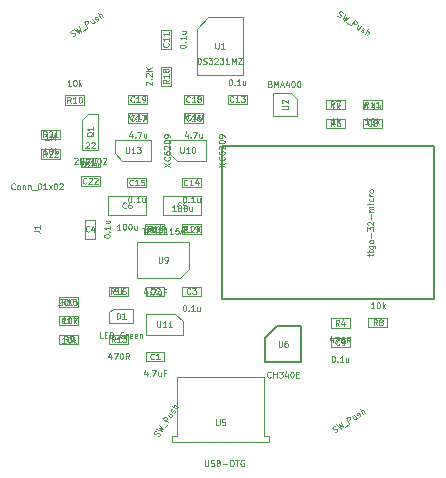
<source format=gbr>
%TF.GenerationSoftware,KiCad,Pcbnew,5.1.7+dfsg1-1~bpo10+1*%
%TF.CreationDate,Date%
%TF.ProjectId,osw-light,6f73772d-6c69-4676-9874-2e6b69636164,3.1*%
%TF.SameCoordinates,Original*%
%TF.FileFunction,Other,Fab,Top*%
%FSLAX46Y46*%
G04 Gerber Fmt 4.6, Leading zero omitted, Abs format (unit mm)*
G04 Created by KiCad*
%MOMM*%
%LPD*%
G01*
G04 APERTURE LIST*
%ADD10C,0.100000*%
%ADD11C,0.050000*%
%ADD12C,0.150000*%
G04 APERTURE END LIST*
D10*
%TO.C,R1*%
X65951000Y-96120000D02*
X65951000Y-96920000D01*
X65951000Y-96920000D02*
X64351000Y-96920000D01*
X64351000Y-96920000D02*
X64351000Y-96120000D01*
X64351000Y-96120000D02*
X65951000Y-96120000D01*
%TO.C,U2*%
X82661000Y-92630500D02*
X80661000Y-92630500D01*
X80661000Y-92630500D02*
X80661000Y-90630500D01*
X80661000Y-90630500D02*
X82161000Y-90630500D01*
X82161000Y-90630500D02*
X82661000Y-91130500D01*
X82661000Y-91130500D02*
X82661000Y-92630500D01*
D11*
%TO.C,U5*%
X79900000Y-119715500D02*
X79900000Y-114715500D01*
X72100000Y-120215500D02*
X80300000Y-120215500D01*
X72500000Y-114715500D02*
X72500000Y-119715500D01*
X80300000Y-120215500D02*
X80300000Y-119715500D01*
X80300000Y-119715500D02*
X79900000Y-119715500D01*
X72100000Y-120215500D02*
X72100000Y-119715500D01*
X72100000Y-119715500D02*
X72500000Y-119715500D01*
X79900000Y-114715500D02*
X72500000Y-114715500D01*
D10*
%TO.C,R18*%
X71164500Y-90017500D02*
X71164500Y-88417500D01*
X71964500Y-90017500D02*
X71164500Y-90017500D01*
X71964500Y-88417500D02*
X71964500Y-90017500D01*
X71164500Y-88417500D02*
X71964500Y-88417500D01*
%TO.C,C11*%
X71964500Y-85306000D02*
X71964500Y-86906000D01*
X71164500Y-85306000D02*
X71964500Y-85306000D01*
X71164500Y-86906000D02*
X71164500Y-85306000D01*
X71964500Y-86906000D02*
X71164500Y-86906000D01*
%TO.C,C22*%
X64351000Y-97707500D02*
X65951000Y-97707500D01*
X64351000Y-98507500D02*
X64351000Y-97707500D01*
X65951000Y-98507500D02*
X64351000Y-98507500D01*
X65951000Y-97707500D02*
X65951000Y-98507500D01*
%TO.C,U13*%
X67883200Y-96404000D02*
X67233200Y-95754000D01*
X67233200Y-94604000D02*
X67233200Y-95754000D01*
X67883200Y-96404000D02*
X70333200Y-96404000D01*
X70333200Y-94604000D02*
X70333200Y-96404000D01*
X67233200Y-94604000D02*
X70333200Y-94604000D01*
%TO.C,U10*%
X72506000Y-96404000D02*
X71856000Y-95754000D01*
X71856000Y-94604000D02*
X71856000Y-95754000D01*
X72506000Y-96404000D02*
X74956000Y-96404000D01*
X74956000Y-94604000D02*
X74956000Y-96404000D01*
X71856000Y-94604000D02*
X74956000Y-94604000D01*
%TO.C,R22*%
X62585500Y-95421500D02*
X62585500Y-96221500D01*
X62585500Y-96221500D02*
X60985500Y-96221500D01*
X60985500Y-96221500D02*
X60985500Y-95421500D01*
X60985500Y-95421500D02*
X62585500Y-95421500D01*
%TO.C,R21*%
X60985500Y-94570500D02*
X60985500Y-93770500D01*
X60985500Y-93770500D02*
X62585500Y-93770500D01*
X62585500Y-93770500D02*
X62585500Y-94570500D01*
X62585500Y-94570500D02*
X60985500Y-94570500D01*
%TO.C,C19*%
X68389500Y-91586000D02*
X68389500Y-90786000D01*
X68389500Y-90786000D02*
X69989500Y-90786000D01*
X69989500Y-90786000D02*
X69989500Y-91586000D01*
X69989500Y-91586000D02*
X68389500Y-91586000D01*
%TO.C,C18*%
X73088600Y-91586000D02*
X73088600Y-90786000D01*
X73088600Y-90786000D02*
X74688600Y-90786000D01*
X74688600Y-90786000D02*
X74688600Y-91586000D01*
X74688600Y-91586000D02*
X73088600Y-91586000D01*
%TO.C,C17*%
X68389500Y-93173500D02*
X68389500Y-92373500D01*
X68389500Y-92373500D02*
X69989500Y-92373500D01*
X69989500Y-92373500D02*
X69989500Y-93173500D01*
X69989500Y-93173500D02*
X68389500Y-93173500D01*
%TO.C,C16*%
X73088600Y-93173500D02*
X73088600Y-92373500D01*
X73088600Y-92373500D02*
X74688600Y-92373500D01*
X74688600Y-92373500D02*
X74688600Y-93173500D01*
X74688600Y-93173500D02*
X73088600Y-93173500D01*
%TO.C,C15*%
X68288000Y-98647200D02*
X68288000Y-97847200D01*
X68288000Y-97847200D02*
X69888000Y-97847200D01*
X69888000Y-97847200D02*
X69888000Y-98647200D01*
X69888000Y-98647200D02*
X68288000Y-98647200D01*
%TO.C,C14*%
X72910800Y-98647200D02*
X72910800Y-97847200D01*
X72910800Y-97847200D02*
X74510800Y-97847200D01*
X74510800Y-97847200D02*
X74510800Y-98647200D01*
X74510800Y-98647200D02*
X72910800Y-98647200D01*
%TO.C,C6*%
X66675200Y-100977600D02*
X66675200Y-99377600D01*
X66675200Y-99377600D02*
X69875200Y-99377600D01*
X69875200Y-99377600D02*
X69875200Y-100977600D01*
X69875200Y-100977600D02*
X66675200Y-100977600D01*
%TO.C,C5*%
X71320400Y-100977600D02*
X71320400Y-99377600D01*
X71320400Y-99377600D02*
X74520400Y-99377600D01*
X74520400Y-99377600D02*
X74520400Y-100977600D01*
X74520400Y-100977600D02*
X71320400Y-100977600D01*
%TO.C,U9*%
X72773200Y-106300400D02*
X69123200Y-106300400D01*
X69123200Y-106300400D02*
X69123200Y-103300400D01*
X69123200Y-103300400D02*
X73523200Y-103300400D01*
X73523200Y-103300400D02*
X73523200Y-105550400D01*
X73523200Y-105550400D02*
X72773200Y-106300400D01*
%TO.C,R19*%
X74510800Y-102558800D02*
X72910800Y-102558800D01*
X74510800Y-101758800D02*
X74510800Y-102558800D01*
X72910800Y-101758800D02*
X74510800Y-101758800D01*
X72910800Y-102558800D02*
X72910800Y-101758800D01*
%TO.C,C13*%
X76797000Y-90786000D02*
X78397000Y-90786000D01*
X76797000Y-91586000D02*
X76797000Y-90786000D01*
X78397000Y-91586000D02*
X76797000Y-91586000D01*
X78397000Y-90786000D02*
X78397000Y-91586000D01*
%TO.C,C9*%
X87109200Y-112160000D02*
X85509200Y-112160000D01*
X87109200Y-111360000D02*
X87109200Y-112160000D01*
X85509200Y-111360000D02*
X87109200Y-111360000D01*
X85509200Y-112160000D02*
X85509200Y-111360000D01*
%TO.C,C8*%
X88226900Y-92818000D02*
X89826900Y-92818000D01*
X88226900Y-93618000D02*
X88226900Y-92818000D01*
X89826900Y-93618000D02*
X88226900Y-93618000D01*
X89826900Y-92818000D02*
X89826900Y-93618000D01*
%TO.C,R17*%
X62547600Y-109531200D02*
X64147600Y-109531200D01*
X62547600Y-110331200D02*
X62547600Y-109531200D01*
X64147600Y-110331200D02*
X62547600Y-110331200D01*
X64147600Y-109531200D02*
X64147600Y-110331200D01*
%TO.C,R16*%
X64147600Y-108756400D02*
X62547600Y-108756400D01*
X64147600Y-107956400D02*
X64147600Y-108756400D01*
X62547600Y-107956400D02*
X64147600Y-107956400D01*
X62547600Y-108756400D02*
X62547600Y-107956400D01*
%TO.C,R7*%
X85115500Y-92030500D02*
X85115500Y-91230500D01*
X85115500Y-91230500D02*
X86715500Y-91230500D01*
X86715500Y-91230500D02*
X86715500Y-92030500D01*
X86715500Y-92030500D02*
X85115500Y-92030500D01*
%TO.C,R6*%
X86715500Y-92818000D02*
X86715500Y-93618000D01*
X86715500Y-93618000D02*
X85115500Y-93618000D01*
X85115500Y-93618000D02*
X85115500Y-92818000D01*
X85115500Y-92818000D02*
X86715500Y-92818000D01*
%TO.C,U1*%
X75161500Y-84214800D02*
X78086500Y-84214800D01*
X78086500Y-84214800D02*
X78086500Y-89114800D01*
X78086500Y-89114800D02*
X74186500Y-89114800D01*
X74186500Y-89114800D02*
X74186500Y-85189800D01*
X74186500Y-85189800D02*
X75161500Y-84214800D01*
D12*
%TO.C,U6*%
X80983200Y-110412400D02*
X82983200Y-110412400D01*
X82983200Y-110412400D02*
X82983200Y-113412400D01*
X82983200Y-113412400D02*
X79983200Y-113412400D01*
X79983200Y-113412400D02*
X79983200Y-111412400D01*
X79983200Y-111412400D02*
X80983200Y-110412400D01*
D10*
%TO.C,U11*%
X72324800Y-109336000D02*
X72974800Y-109986000D01*
X72974800Y-111136000D02*
X72974800Y-109986000D01*
X72324800Y-109336000D02*
X69874800Y-109336000D01*
X69874800Y-111136000D02*
X69874800Y-109336000D01*
X72974800Y-111136000D02*
X69874800Y-111136000D01*
%TO.C,R11*%
X88226900Y-92043200D02*
X88226900Y-91243200D01*
X88226900Y-91243200D02*
X89826900Y-91243200D01*
X89826900Y-91243200D02*
X89826900Y-92043200D01*
X89826900Y-92043200D02*
X88226900Y-92043200D01*
%TO.C,R10*%
X64617500Y-90849500D02*
X64617500Y-91649500D01*
X64617500Y-91649500D02*
X63017500Y-91649500D01*
X63017500Y-91649500D02*
X63017500Y-90849500D01*
X63017500Y-90849500D02*
X64617500Y-90849500D01*
%TO.C,R14*%
X71412000Y-101758800D02*
X71412000Y-102558800D01*
X71412000Y-102558800D02*
X69812000Y-102558800D01*
X69812000Y-102558800D02*
X69812000Y-101758800D01*
X69812000Y-101758800D02*
X71412000Y-101758800D01*
%TO.C,R4*%
X85509200Y-110509000D02*
X85509200Y-109709000D01*
X85509200Y-109709000D02*
X87109200Y-109709000D01*
X87109200Y-109709000D02*
X87109200Y-110509000D01*
X87109200Y-110509000D02*
X85509200Y-110509000D01*
%TO.C,R15*%
X68325900Y-107042000D02*
X68325900Y-107842000D01*
X68325900Y-107842000D02*
X66725900Y-107842000D01*
X66725900Y-107842000D02*
X66725900Y-107042000D01*
X66725900Y-107042000D02*
X68325900Y-107042000D01*
%TO.C,R13*%
X66764000Y-111906000D02*
X66764000Y-111106000D01*
X66764000Y-111106000D02*
X68364000Y-111106000D01*
X68364000Y-111106000D02*
X68364000Y-111906000D01*
X68364000Y-111906000D02*
X66764000Y-111906000D01*
%TO.C,Q1*%
X64451000Y-92966500D02*
X64451000Y-95416500D01*
X65001000Y-92396500D02*
X65851000Y-92396500D01*
X64451000Y-92966500D02*
X65001000Y-92396500D01*
X65851000Y-92396500D02*
X65851000Y-95436500D01*
X64451000Y-95436500D02*
X65851000Y-95436500D01*
%TO.C,D1*%
X68767200Y-108924800D02*
X67067200Y-108924800D01*
X67067200Y-108924800D02*
X66767200Y-109224800D01*
X66767200Y-109224800D02*
X66767200Y-110124800D01*
X66767200Y-110124800D02*
X68767200Y-110124800D01*
X68767200Y-110124800D02*
X68767200Y-108924800D01*
%TO.C,C4*%
X65551000Y-102971500D02*
X64751000Y-102971500D01*
X64751000Y-102971500D02*
X64751000Y-101371500D01*
X64751000Y-101371500D02*
X65551000Y-101371500D01*
X65551000Y-101371500D02*
X65551000Y-102971500D01*
%TO.C,C3*%
X72923400Y-107842000D02*
X72923400Y-107042000D01*
X72923400Y-107042000D02*
X74523400Y-107042000D01*
X74523400Y-107042000D02*
X74523400Y-107842000D01*
X74523400Y-107842000D02*
X72923400Y-107842000D01*
%TO.C,C2*%
X69837400Y-107842000D02*
X69837400Y-107042000D01*
X69837400Y-107042000D02*
X71437400Y-107042000D01*
X71437400Y-107042000D02*
X71437400Y-107842000D01*
X71437400Y-107842000D02*
X69837400Y-107842000D01*
%TO.C,C1*%
X69837300Y-113379200D02*
X69837300Y-112579200D01*
X69837300Y-112579200D02*
X71437300Y-112579200D01*
X71437300Y-112579200D02*
X71437300Y-113379200D01*
X71437300Y-113379200D02*
X69837300Y-113379200D01*
%TO.C,R9*%
X64122100Y-111106000D02*
X64122100Y-111906000D01*
X64122100Y-111906000D02*
X62522100Y-111906000D01*
X62522100Y-111906000D02*
X62522100Y-111106000D01*
X62522100Y-111106000D02*
X64122100Y-111106000D01*
%TO.C,R8*%
X90309600Y-109683600D02*
X90309600Y-110483600D01*
X90309600Y-110483600D02*
X88709600Y-110483600D01*
X88709600Y-110483600D02*
X88709600Y-109683600D01*
X88709600Y-109683600D02*
X90309600Y-109683600D01*
D12*
%TO.C,U7*%
X94286000Y-108100000D02*
X76336000Y-108100000D01*
X94286000Y-95100000D02*
X76336000Y-95100000D01*
X76336000Y-95100000D02*
X76336000Y-108100000D01*
X94286000Y-95100000D02*
X94286000Y-108100000D01*
%TD*%
%TO.C,J1*%
D10*
X58773452Y-98750071D02*
X58749642Y-98773880D01*
X58678214Y-98797690D01*
X58630595Y-98797690D01*
X58559166Y-98773880D01*
X58511547Y-98726261D01*
X58487738Y-98678642D01*
X58463928Y-98583404D01*
X58463928Y-98511976D01*
X58487738Y-98416738D01*
X58511547Y-98369119D01*
X58559166Y-98321500D01*
X58630595Y-98297690D01*
X58678214Y-98297690D01*
X58749642Y-98321500D01*
X58773452Y-98345309D01*
X59059166Y-98797690D02*
X59011547Y-98773880D01*
X58987738Y-98750071D01*
X58963928Y-98702452D01*
X58963928Y-98559595D01*
X58987738Y-98511976D01*
X59011547Y-98488166D01*
X59059166Y-98464357D01*
X59130595Y-98464357D01*
X59178214Y-98488166D01*
X59202023Y-98511976D01*
X59225833Y-98559595D01*
X59225833Y-98702452D01*
X59202023Y-98750071D01*
X59178214Y-98773880D01*
X59130595Y-98797690D01*
X59059166Y-98797690D01*
X59440119Y-98464357D02*
X59440119Y-98797690D01*
X59440119Y-98511976D02*
X59463928Y-98488166D01*
X59511547Y-98464357D01*
X59582976Y-98464357D01*
X59630595Y-98488166D01*
X59654404Y-98535785D01*
X59654404Y-98797690D01*
X59892500Y-98464357D02*
X59892500Y-98797690D01*
X59892500Y-98511976D02*
X59916309Y-98488166D01*
X59963928Y-98464357D01*
X60035357Y-98464357D01*
X60082976Y-98488166D01*
X60106785Y-98535785D01*
X60106785Y-98797690D01*
X60225833Y-98845309D02*
X60606785Y-98845309D01*
X60821071Y-98297690D02*
X60868690Y-98297690D01*
X60916309Y-98321500D01*
X60940119Y-98345309D01*
X60963928Y-98392928D01*
X60987738Y-98488166D01*
X60987738Y-98607214D01*
X60963928Y-98702452D01*
X60940119Y-98750071D01*
X60916309Y-98773880D01*
X60868690Y-98797690D01*
X60821071Y-98797690D01*
X60773452Y-98773880D01*
X60749642Y-98750071D01*
X60725833Y-98702452D01*
X60702023Y-98607214D01*
X60702023Y-98488166D01*
X60725833Y-98392928D01*
X60749642Y-98345309D01*
X60773452Y-98321500D01*
X60821071Y-98297690D01*
X61463928Y-98797690D02*
X61178214Y-98797690D01*
X61321071Y-98797690D02*
X61321071Y-98297690D01*
X61273452Y-98369119D01*
X61225833Y-98416738D01*
X61178214Y-98440547D01*
X61630595Y-98797690D02*
X61892500Y-98464357D01*
X61630595Y-98464357D02*
X61892500Y-98797690D01*
X62178214Y-98297690D02*
X62225833Y-98297690D01*
X62273452Y-98321500D01*
X62297261Y-98345309D01*
X62321071Y-98392928D01*
X62344880Y-98488166D01*
X62344880Y-98607214D01*
X62321071Y-98702452D01*
X62297261Y-98750071D01*
X62273452Y-98773880D01*
X62225833Y-98797690D01*
X62178214Y-98797690D01*
X62130595Y-98773880D01*
X62106785Y-98750071D01*
X62082976Y-98702452D01*
X62059166Y-98607214D01*
X62059166Y-98488166D01*
X62082976Y-98392928D01*
X62106785Y-98345309D01*
X62130595Y-98321500D01*
X62178214Y-98297690D01*
X62535357Y-98345309D02*
X62559166Y-98321500D01*
X62606785Y-98297690D01*
X62725833Y-98297690D01*
X62773452Y-98321500D01*
X62797261Y-98345309D01*
X62821071Y-98392928D01*
X62821071Y-98440547D01*
X62797261Y-98511976D01*
X62511547Y-98797690D01*
X62821071Y-98797690D01*
X60368690Y-102338166D02*
X60725833Y-102338166D01*
X60797261Y-102361976D01*
X60844880Y-102409595D01*
X60868690Y-102481023D01*
X60868690Y-102528642D01*
X60868690Y-101838166D02*
X60868690Y-102123880D01*
X60868690Y-101981023D02*
X60368690Y-101981023D01*
X60440119Y-102028642D01*
X60487738Y-102076261D01*
X60511547Y-102123880D01*
%TO.C,R1*%
X64770047Y-94863809D02*
X64793857Y-94840000D01*
X64841476Y-94816190D01*
X64960523Y-94816190D01*
X65008142Y-94840000D01*
X65031952Y-94863809D01*
X65055761Y-94911428D01*
X65055761Y-94959047D01*
X65031952Y-95030476D01*
X64746238Y-95316190D01*
X65055761Y-95316190D01*
X65246238Y-94863809D02*
X65270047Y-94840000D01*
X65317666Y-94816190D01*
X65436714Y-94816190D01*
X65484333Y-94840000D01*
X65508142Y-94863809D01*
X65531952Y-94911428D01*
X65531952Y-94959047D01*
X65508142Y-95030476D01*
X65222428Y-95316190D01*
X65531952Y-95316190D01*
X65067666Y-96746190D02*
X64901000Y-96508095D01*
X64781952Y-96746190D02*
X64781952Y-96246190D01*
X64972428Y-96246190D01*
X65020047Y-96270000D01*
X65043857Y-96293809D01*
X65067666Y-96341428D01*
X65067666Y-96412857D01*
X65043857Y-96460476D01*
X65020047Y-96484285D01*
X64972428Y-96508095D01*
X64781952Y-96508095D01*
X65543857Y-96746190D02*
X65258142Y-96746190D01*
X65401000Y-96746190D02*
X65401000Y-96246190D01*
X65353380Y-96317619D01*
X65305761Y-96365238D01*
X65258142Y-96389047D01*
%TO.C,U2*%
X80397928Y-89880285D02*
X80469357Y-89904095D01*
X80493166Y-89927904D01*
X80516976Y-89975523D01*
X80516976Y-90046952D01*
X80493166Y-90094571D01*
X80469357Y-90118380D01*
X80421738Y-90142190D01*
X80231261Y-90142190D01*
X80231261Y-89642190D01*
X80397928Y-89642190D01*
X80445547Y-89666000D01*
X80469357Y-89689809D01*
X80493166Y-89737428D01*
X80493166Y-89785047D01*
X80469357Y-89832666D01*
X80445547Y-89856476D01*
X80397928Y-89880285D01*
X80231261Y-89880285D01*
X80731261Y-90142190D02*
X80731261Y-89642190D01*
X80897928Y-89999333D01*
X81064595Y-89642190D01*
X81064595Y-90142190D01*
X81278880Y-89999333D02*
X81516976Y-89999333D01*
X81231261Y-90142190D02*
X81397928Y-89642190D01*
X81564595Y-90142190D01*
X81945547Y-89808857D02*
X81945547Y-90142190D01*
X81826500Y-89618380D02*
X81707452Y-89975523D01*
X82016976Y-89975523D01*
X82302690Y-89642190D02*
X82350309Y-89642190D01*
X82397928Y-89666000D01*
X82421738Y-89689809D01*
X82445547Y-89737428D01*
X82469357Y-89832666D01*
X82469357Y-89951714D01*
X82445547Y-90046952D01*
X82421738Y-90094571D01*
X82397928Y-90118380D01*
X82350309Y-90142190D01*
X82302690Y-90142190D01*
X82255071Y-90118380D01*
X82231261Y-90094571D01*
X82207452Y-90046952D01*
X82183642Y-89951714D01*
X82183642Y-89832666D01*
X82207452Y-89737428D01*
X82231261Y-89689809D01*
X82255071Y-89666000D01*
X82302690Y-89642190D01*
X82778880Y-89642190D02*
X82826500Y-89642190D01*
X82874119Y-89666000D01*
X82897928Y-89689809D01*
X82921738Y-89737428D01*
X82945547Y-89832666D01*
X82945547Y-89951714D01*
X82921738Y-90046952D01*
X82897928Y-90094571D01*
X82874119Y-90118380D01*
X82826500Y-90142190D01*
X82778880Y-90142190D01*
X82731261Y-90118380D01*
X82707452Y-90094571D01*
X82683642Y-90046952D01*
X82659833Y-89951714D01*
X82659833Y-89832666D01*
X82683642Y-89737428D01*
X82707452Y-89689809D01*
X82731261Y-89666000D01*
X82778880Y-89642190D01*
X81387190Y-92011452D02*
X81791952Y-92011452D01*
X81839571Y-91987642D01*
X81863380Y-91963833D01*
X81887190Y-91916214D01*
X81887190Y-91820976D01*
X81863380Y-91773357D01*
X81839571Y-91749547D01*
X81791952Y-91725738D01*
X81387190Y-91725738D01*
X81434809Y-91511452D02*
X81411000Y-91487642D01*
X81387190Y-91440023D01*
X81387190Y-91320976D01*
X81411000Y-91273357D01*
X81434809Y-91249547D01*
X81482428Y-91225738D01*
X81530047Y-91225738D01*
X81601476Y-91249547D01*
X81887190Y-91535261D01*
X81887190Y-91225738D01*
%TO.C,U5*%
X74857142Y-121729190D02*
X74857142Y-122133952D01*
X74880952Y-122181571D01*
X74904761Y-122205380D01*
X74952380Y-122229190D01*
X75047619Y-122229190D01*
X75095238Y-122205380D01*
X75119047Y-122181571D01*
X75142857Y-122133952D01*
X75142857Y-121729190D01*
X75357142Y-122205380D02*
X75428571Y-122229190D01*
X75547619Y-122229190D01*
X75595238Y-122205380D01*
X75619047Y-122181571D01*
X75642857Y-122133952D01*
X75642857Y-122086333D01*
X75619047Y-122038714D01*
X75595238Y-122014904D01*
X75547619Y-121991095D01*
X75452380Y-121967285D01*
X75404761Y-121943476D01*
X75380952Y-121919666D01*
X75357142Y-121872047D01*
X75357142Y-121824428D01*
X75380952Y-121776809D01*
X75404761Y-121753000D01*
X75452380Y-121729190D01*
X75571428Y-121729190D01*
X75642857Y-121753000D01*
X76023809Y-121967285D02*
X76095238Y-121991095D01*
X76119047Y-122014904D01*
X76142857Y-122062523D01*
X76142857Y-122133952D01*
X76119047Y-122181571D01*
X76095238Y-122205380D01*
X76047619Y-122229190D01*
X75857142Y-122229190D01*
X75857142Y-121729190D01*
X76023809Y-121729190D01*
X76071428Y-121753000D01*
X76095238Y-121776809D01*
X76119047Y-121824428D01*
X76119047Y-121872047D01*
X76095238Y-121919666D01*
X76071428Y-121943476D01*
X76023809Y-121967285D01*
X75857142Y-121967285D01*
X76357142Y-122038714D02*
X76738095Y-122038714D01*
X77071428Y-121729190D02*
X77166666Y-121729190D01*
X77214285Y-121753000D01*
X77261904Y-121800619D01*
X77285714Y-121895857D01*
X77285714Y-122062523D01*
X77261904Y-122157761D01*
X77214285Y-122205380D01*
X77166666Y-122229190D01*
X77071428Y-122229190D01*
X77023809Y-122205380D01*
X76976190Y-122157761D01*
X76952380Y-122062523D01*
X76952380Y-121895857D01*
X76976190Y-121800619D01*
X77023809Y-121753000D01*
X77071428Y-121729190D01*
X77428571Y-121729190D02*
X77714285Y-121729190D01*
X77571428Y-122229190D02*
X77571428Y-121729190D01*
X78142857Y-121753000D02*
X78095238Y-121729190D01*
X78023809Y-121729190D01*
X77952380Y-121753000D01*
X77904761Y-121800619D01*
X77880952Y-121848238D01*
X77857142Y-121943476D01*
X77857142Y-122014904D01*
X77880952Y-122110142D01*
X77904761Y-122157761D01*
X77952380Y-122205380D01*
X78023809Y-122229190D01*
X78071428Y-122229190D01*
X78142857Y-122205380D01*
X78166666Y-122181571D01*
X78166666Y-122014904D01*
X78071428Y-122014904D01*
X75819047Y-118279190D02*
X75819047Y-118683952D01*
X75842857Y-118731571D01*
X75866666Y-118755380D01*
X75914285Y-118779190D01*
X76009523Y-118779190D01*
X76057142Y-118755380D01*
X76080952Y-118731571D01*
X76104761Y-118683952D01*
X76104761Y-118279190D01*
X76580952Y-118279190D02*
X76342857Y-118279190D01*
X76319047Y-118517285D01*
X76342857Y-118493476D01*
X76390476Y-118469666D01*
X76509523Y-118469666D01*
X76557142Y-118493476D01*
X76580952Y-118517285D01*
X76604761Y-118564904D01*
X76604761Y-118683952D01*
X76580952Y-118731571D01*
X76557142Y-118755380D01*
X76509523Y-118779190D01*
X76390476Y-118779190D01*
X76342857Y-118755380D01*
X76319047Y-118731571D01*
%TO.C,SW2*%
X86054451Y-84092733D02*
X86101388Y-84151604D01*
X86201230Y-84216442D01*
X86254134Y-84222409D01*
X86287070Y-84215409D01*
X86332974Y-84188439D01*
X86358909Y-84148503D01*
X86364876Y-84095598D01*
X86357875Y-84062662D01*
X86330906Y-84016759D01*
X86264000Y-83944920D01*
X86237031Y-83899017D01*
X86230030Y-83866081D01*
X86235997Y-83813176D01*
X86261932Y-83773240D01*
X86307836Y-83746271D01*
X86340772Y-83739270D01*
X86393676Y-83745237D01*
X86493518Y-83810075D01*
X86540455Y-83868946D01*
X86693201Y-83939751D02*
X86520723Y-84423924D01*
X86795111Y-84176269D01*
X86680470Y-84527665D01*
X87052631Y-84173167D01*
X86814282Y-84671342D02*
X87133775Y-84878824D01*
X87259552Y-84903725D02*
X87531872Y-84484390D01*
X87691619Y-84588130D01*
X87718588Y-84634034D01*
X87725588Y-84666970D01*
X87719622Y-84719874D01*
X87680719Y-84779779D01*
X87634815Y-84806748D01*
X87601879Y-84813749D01*
X87548975Y-84807782D01*
X87389228Y-84704042D01*
X88040149Y-85013196D02*
X87858603Y-85292753D01*
X87860434Y-84896488D02*
X87717790Y-85116139D01*
X87711824Y-85169044D01*
X87738793Y-85214947D01*
X87798698Y-85253850D01*
X87851602Y-85259817D01*
X87884538Y-85252816D01*
X88051285Y-85389493D02*
X88078255Y-85435396D01*
X88158128Y-85487267D01*
X88211032Y-85493234D01*
X88256936Y-85466265D01*
X88269903Y-85446296D01*
X88275870Y-85393392D01*
X88248901Y-85347488D01*
X88188996Y-85308586D01*
X88162027Y-85262682D01*
X88167994Y-85209778D01*
X88180961Y-85189809D01*
X88226865Y-85162840D01*
X88279769Y-85168807D01*
X88339674Y-85207710D01*
X88366643Y-85253614D01*
X88397748Y-85642878D02*
X88670068Y-85223543D01*
X88577463Y-85759586D02*
X88720107Y-85539935D01*
X88726074Y-85487030D01*
X88699104Y-85441127D01*
X88639199Y-85402224D01*
X88586295Y-85396257D01*
X88553359Y-85403258D01*
%TO.C,SW1*%
X63690625Y-85836444D02*
X63763498Y-85817509D01*
X63863339Y-85752671D01*
X63890308Y-85706768D01*
X63897309Y-85673832D01*
X63891342Y-85620927D01*
X63865407Y-85580991D01*
X63819504Y-85554022D01*
X63786568Y-85547021D01*
X63733663Y-85552988D01*
X63640822Y-85584890D01*
X63587918Y-85590857D01*
X63554982Y-85583856D01*
X63509079Y-85556887D01*
X63483143Y-85516950D01*
X63477176Y-85464046D01*
X63484177Y-85431110D01*
X63511146Y-85385206D01*
X63610988Y-85320368D01*
X63683861Y-85301434D01*
X63810672Y-85190692D02*
X64182833Y-85545190D01*
X64068192Y-85193794D01*
X64342580Y-85441449D01*
X64170102Y-84957276D01*
X64528262Y-85377645D02*
X64847755Y-85170163D01*
X64921662Y-85065389D02*
X64649342Y-84646053D01*
X64809089Y-84542313D01*
X64861993Y-84536346D01*
X64894929Y-84543346D01*
X64940833Y-84570316D01*
X64979735Y-84630221D01*
X64985702Y-84683125D01*
X64978702Y-84716061D01*
X64951732Y-84761964D01*
X64791986Y-84865705D01*
X65339166Y-84396804D02*
X65520712Y-84676361D01*
X65159451Y-84513512D02*
X65302094Y-84733164D01*
X65347998Y-84760133D01*
X65400902Y-84754166D01*
X65460807Y-84715263D01*
X65487776Y-84669360D01*
X65494777Y-84636424D01*
X65687460Y-84539684D02*
X65740364Y-84533717D01*
X65820237Y-84481847D01*
X65847206Y-84435943D01*
X65841239Y-84383039D01*
X65828272Y-84363071D01*
X65782368Y-84336101D01*
X65729464Y-84342068D01*
X65669559Y-84380971D01*
X65616655Y-84386938D01*
X65570751Y-84359969D01*
X65557784Y-84340001D01*
X65551817Y-84287096D01*
X65578786Y-84241193D01*
X65638691Y-84202290D01*
X65691595Y-84196323D01*
X66059857Y-84326236D02*
X65787538Y-83906900D01*
X66239573Y-84209527D02*
X66096929Y-83989875D01*
X66051025Y-83962906D01*
X65998121Y-83968873D01*
X65938216Y-84007776D01*
X65911247Y-84053680D01*
X65904246Y-84086615D01*
%TO.C,SW5*%
X70910250Y-119724964D02*
X70969121Y-119678027D01*
X71033959Y-119578185D01*
X71039926Y-119525281D01*
X71032926Y-119492345D01*
X71005956Y-119446441D01*
X70966020Y-119420506D01*
X70913115Y-119414539D01*
X70880179Y-119421540D01*
X70834276Y-119448509D01*
X70762437Y-119515415D01*
X70716534Y-119542384D01*
X70683598Y-119549385D01*
X70630693Y-119543418D01*
X70590757Y-119517483D01*
X70563788Y-119471579D01*
X70556787Y-119438643D01*
X70562754Y-119385739D01*
X70627592Y-119285897D01*
X70686463Y-119238960D01*
X70757268Y-119086214D02*
X71241441Y-119258692D01*
X70993786Y-118984304D01*
X71345182Y-119098945D01*
X70990684Y-118726784D01*
X71488859Y-118965133D02*
X71696341Y-118645640D01*
X71721242Y-118519863D02*
X71301907Y-118247543D01*
X71405647Y-118087796D01*
X71451551Y-118060827D01*
X71484487Y-118053827D01*
X71537391Y-118059793D01*
X71597296Y-118098696D01*
X71624265Y-118144600D01*
X71631266Y-118177536D01*
X71625299Y-118230440D01*
X71521559Y-118390187D01*
X71830713Y-117739266D02*
X72110270Y-117920812D01*
X71714005Y-117918981D02*
X71933656Y-118061625D01*
X71986561Y-118067591D01*
X72032464Y-118040622D01*
X72071367Y-117980717D01*
X72077334Y-117927813D01*
X72070333Y-117894877D01*
X72207010Y-117728130D02*
X72252913Y-117701160D01*
X72304784Y-117621287D01*
X72310751Y-117568383D01*
X72283782Y-117522479D01*
X72263813Y-117509512D01*
X72210909Y-117503545D01*
X72165005Y-117530514D01*
X72126103Y-117590419D01*
X72080199Y-117617388D01*
X72027295Y-117611421D01*
X72007326Y-117598454D01*
X71980357Y-117552550D01*
X71986324Y-117499646D01*
X72025227Y-117439741D01*
X72071131Y-117412772D01*
X72460395Y-117381667D02*
X72041060Y-117109347D01*
X72577103Y-117201952D02*
X72357452Y-117059308D01*
X72304547Y-117053341D01*
X72258644Y-117080311D01*
X72219741Y-117140216D01*
X72213774Y-117193120D01*
X72220775Y-117226056D01*
%TO.C,SW4*%
X85873951Y-119354143D02*
X85946824Y-119335208D01*
X86046665Y-119270370D01*
X86073634Y-119224467D01*
X86080635Y-119191531D01*
X86074668Y-119138626D01*
X86048733Y-119098690D01*
X86002830Y-119071721D01*
X85969894Y-119064720D01*
X85916989Y-119070687D01*
X85824148Y-119102589D01*
X85771244Y-119108556D01*
X85738308Y-119101555D01*
X85692405Y-119074586D01*
X85666469Y-119034649D01*
X85660502Y-118981745D01*
X85667503Y-118948809D01*
X85694472Y-118902905D01*
X85794314Y-118838067D01*
X85867187Y-118819133D01*
X85993998Y-118708391D02*
X86366159Y-119062889D01*
X86251518Y-118711493D01*
X86525906Y-118959148D01*
X86353428Y-118474975D01*
X86711588Y-118895344D02*
X87031081Y-118687862D01*
X87104988Y-118583088D02*
X86832668Y-118163752D01*
X86992415Y-118060012D01*
X87045319Y-118054045D01*
X87078255Y-118061045D01*
X87124159Y-118088015D01*
X87163061Y-118147920D01*
X87169028Y-118200824D01*
X87162028Y-118233760D01*
X87135058Y-118279663D01*
X86975312Y-118383404D01*
X87522492Y-117914503D02*
X87704038Y-118194060D01*
X87342777Y-118031211D02*
X87485420Y-118250863D01*
X87531324Y-118277832D01*
X87584228Y-118271865D01*
X87644133Y-118232962D01*
X87671102Y-118187059D01*
X87678103Y-118154123D01*
X87870786Y-118057383D02*
X87923690Y-118051416D01*
X88003563Y-117999546D01*
X88030532Y-117953642D01*
X88024565Y-117900738D01*
X88011598Y-117880770D01*
X87965694Y-117853800D01*
X87912790Y-117859767D01*
X87852885Y-117898670D01*
X87799981Y-117904637D01*
X87754077Y-117877668D01*
X87741110Y-117857700D01*
X87735143Y-117804795D01*
X87762112Y-117758892D01*
X87822017Y-117719989D01*
X87874921Y-117714022D01*
X88243183Y-117843935D02*
X87970864Y-117424599D01*
X88422899Y-117727226D02*
X88280255Y-117507574D01*
X88234351Y-117480605D01*
X88181447Y-117486572D01*
X88121542Y-117525475D01*
X88094573Y-117571379D01*
X88087572Y-117604314D01*
%TO.C,R18*%
X69908309Y-89967500D02*
X69884500Y-89943690D01*
X69860690Y-89896071D01*
X69860690Y-89777023D01*
X69884500Y-89729404D01*
X69908309Y-89705595D01*
X69955928Y-89681785D01*
X70003547Y-89681785D01*
X70074976Y-89705595D01*
X70360690Y-89991309D01*
X70360690Y-89681785D01*
X70313071Y-89467500D02*
X70336880Y-89443690D01*
X70360690Y-89467500D01*
X70336880Y-89491309D01*
X70313071Y-89467500D01*
X70360690Y-89467500D01*
X69908309Y-89253214D02*
X69884500Y-89229404D01*
X69860690Y-89181785D01*
X69860690Y-89062738D01*
X69884500Y-89015119D01*
X69908309Y-88991309D01*
X69955928Y-88967500D01*
X70003547Y-88967500D01*
X70074976Y-88991309D01*
X70360690Y-89277023D01*
X70360690Y-88967500D01*
X70360690Y-88753214D02*
X69860690Y-88753214D01*
X70360690Y-88467500D02*
X70074976Y-88681785D01*
X69860690Y-88467500D02*
X70146404Y-88753214D01*
X71790690Y-89538928D02*
X71552595Y-89705595D01*
X71790690Y-89824642D02*
X71290690Y-89824642D01*
X71290690Y-89634166D01*
X71314500Y-89586547D01*
X71338309Y-89562738D01*
X71385928Y-89538928D01*
X71457357Y-89538928D01*
X71504976Y-89562738D01*
X71528785Y-89586547D01*
X71552595Y-89634166D01*
X71552595Y-89824642D01*
X71790690Y-89062738D02*
X71790690Y-89348452D01*
X71790690Y-89205595D02*
X71290690Y-89205595D01*
X71362119Y-89253214D01*
X71409738Y-89300833D01*
X71433547Y-89348452D01*
X71504976Y-88777023D02*
X71481166Y-88824642D01*
X71457357Y-88848452D01*
X71409738Y-88872261D01*
X71385928Y-88872261D01*
X71338309Y-88848452D01*
X71314500Y-88824642D01*
X71290690Y-88777023D01*
X71290690Y-88681785D01*
X71314500Y-88634166D01*
X71338309Y-88610357D01*
X71385928Y-88586547D01*
X71409738Y-88586547D01*
X71457357Y-88610357D01*
X71481166Y-88634166D01*
X71504976Y-88681785D01*
X71504976Y-88777023D01*
X71528785Y-88824642D01*
X71552595Y-88848452D01*
X71600214Y-88872261D01*
X71695452Y-88872261D01*
X71743071Y-88848452D01*
X71766880Y-88824642D01*
X71790690Y-88777023D01*
X71790690Y-88681785D01*
X71766880Y-88634166D01*
X71743071Y-88610357D01*
X71695452Y-88586547D01*
X71600214Y-88586547D01*
X71552595Y-88610357D01*
X71528785Y-88634166D01*
X71504976Y-88681785D01*
%TO.C,C11*%
X72720690Y-86713142D02*
X72720690Y-86665523D01*
X72744500Y-86617904D01*
X72768309Y-86594095D01*
X72815928Y-86570285D01*
X72911166Y-86546476D01*
X73030214Y-86546476D01*
X73125452Y-86570285D01*
X73173071Y-86594095D01*
X73196880Y-86617904D01*
X73220690Y-86665523D01*
X73220690Y-86713142D01*
X73196880Y-86760761D01*
X73173071Y-86784571D01*
X73125452Y-86808380D01*
X73030214Y-86832190D01*
X72911166Y-86832190D01*
X72815928Y-86808380D01*
X72768309Y-86784571D01*
X72744500Y-86760761D01*
X72720690Y-86713142D01*
X73173071Y-86332190D02*
X73196880Y-86308380D01*
X73220690Y-86332190D01*
X73196880Y-86356000D01*
X73173071Y-86332190D01*
X73220690Y-86332190D01*
X73220690Y-85832190D02*
X73220690Y-86117904D01*
X73220690Y-85975047D02*
X72720690Y-85975047D01*
X72792119Y-86022666D01*
X72839738Y-86070285D01*
X72863547Y-86117904D01*
X72887357Y-85403619D02*
X73220690Y-85403619D01*
X72887357Y-85617904D02*
X73149261Y-85617904D01*
X73196880Y-85594095D01*
X73220690Y-85546476D01*
X73220690Y-85475047D01*
X73196880Y-85427428D01*
X73173071Y-85403619D01*
X71743071Y-86427428D02*
X71766880Y-86451238D01*
X71790690Y-86522666D01*
X71790690Y-86570285D01*
X71766880Y-86641714D01*
X71719261Y-86689333D01*
X71671642Y-86713142D01*
X71576404Y-86736952D01*
X71504976Y-86736952D01*
X71409738Y-86713142D01*
X71362119Y-86689333D01*
X71314500Y-86641714D01*
X71290690Y-86570285D01*
X71290690Y-86522666D01*
X71314500Y-86451238D01*
X71338309Y-86427428D01*
X71790690Y-85951238D02*
X71790690Y-86236952D01*
X71790690Y-86094095D02*
X71290690Y-86094095D01*
X71362119Y-86141714D01*
X71409738Y-86189333D01*
X71433547Y-86236952D01*
X71790690Y-85475047D02*
X71790690Y-85760761D01*
X71790690Y-85617904D02*
X71290690Y-85617904D01*
X71362119Y-85665523D01*
X71409738Y-85713142D01*
X71433547Y-85760761D01*
%TO.C,C22*%
X64543857Y-96403690D02*
X64591476Y-96403690D01*
X64639095Y-96427500D01*
X64662904Y-96451309D01*
X64686714Y-96498928D01*
X64710523Y-96594166D01*
X64710523Y-96713214D01*
X64686714Y-96808452D01*
X64662904Y-96856071D01*
X64639095Y-96879880D01*
X64591476Y-96903690D01*
X64543857Y-96903690D01*
X64496238Y-96879880D01*
X64472428Y-96856071D01*
X64448619Y-96808452D01*
X64424809Y-96713214D01*
X64424809Y-96594166D01*
X64448619Y-96498928D01*
X64472428Y-96451309D01*
X64496238Y-96427500D01*
X64543857Y-96403690D01*
X64924809Y-96856071D02*
X64948619Y-96879880D01*
X64924809Y-96903690D01*
X64901000Y-96879880D01*
X64924809Y-96856071D01*
X64924809Y-96903690D01*
X65424809Y-96903690D02*
X65139095Y-96903690D01*
X65281952Y-96903690D02*
X65281952Y-96403690D01*
X65234333Y-96475119D01*
X65186714Y-96522738D01*
X65139095Y-96546547D01*
X65853380Y-96570357D02*
X65853380Y-96903690D01*
X65639095Y-96570357D02*
X65639095Y-96832261D01*
X65662904Y-96879880D01*
X65710523Y-96903690D01*
X65781952Y-96903690D01*
X65829571Y-96879880D01*
X65853380Y-96856071D01*
X64829571Y-98286071D02*
X64805761Y-98309880D01*
X64734333Y-98333690D01*
X64686714Y-98333690D01*
X64615285Y-98309880D01*
X64567666Y-98262261D01*
X64543857Y-98214642D01*
X64520047Y-98119404D01*
X64520047Y-98047976D01*
X64543857Y-97952738D01*
X64567666Y-97905119D01*
X64615285Y-97857500D01*
X64686714Y-97833690D01*
X64734333Y-97833690D01*
X64805761Y-97857500D01*
X64829571Y-97881309D01*
X65020047Y-97881309D02*
X65043857Y-97857500D01*
X65091476Y-97833690D01*
X65210523Y-97833690D01*
X65258142Y-97857500D01*
X65281952Y-97881309D01*
X65305761Y-97928928D01*
X65305761Y-97976547D01*
X65281952Y-98047976D01*
X64996238Y-98333690D01*
X65305761Y-98333690D01*
X65496238Y-97881309D02*
X65520047Y-97857500D01*
X65567666Y-97833690D01*
X65686714Y-97833690D01*
X65734333Y-97857500D01*
X65758142Y-97881309D01*
X65781952Y-97928928D01*
X65781952Y-97976547D01*
X65758142Y-98047976D01*
X65472428Y-98333690D01*
X65781952Y-98333690D01*
%TO.C,U13*%
X71409390Y-96873047D02*
X71909390Y-96539714D01*
X71409390Y-96539714D02*
X71909390Y-96873047D01*
X71861771Y-96063523D02*
X71885580Y-96087333D01*
X71909390Y-96158761D01*
X71909390Y-96206380D01*
X71885580Y-96277809D01*
X71837961Y-96325428D01*
X71790342Y-96349238D01*
X71695104Y-96373047D01*
X71623676Y-96373047D01*
X71528438Y-96349238D01*
X71480819Y-96325428D01*
X71433200Y-96277809D01*
X71409390Y-96206380D01*
X71409390Y-96158761D01*
X71433200Y-96087333D01*
X71457009Y-96063523D01*
X71409390Y-95634952D02*
X71409390Y-95730190D01*
X71433200Y-95777809D01*
X71457009Y-95801619D01*
X71528438Y-95849238D01*
X71623676Y-95873047D01*
X71814152Y-95873047D01*
X71861771Y-95849238D01*
X71885580Y-95825428D01*
X71909390Y-95777809D01*
X71909390Y-95682571D01*
X71885580Y-95634952D01*
X71861771Y-95611142D01*
X71814152Y-95587333D01*
X71695104Y-95587333D01*
X71647485Y-95611142D01*
X71623676Y-95634952D01*
X71599866Y-95682571D01*
X71599866Y-95777809D01*
X71623676Y-95825428D01*
X71647485Y-95849238D01*
X71695104Y-95873047D01*
X71457009Y-95396857D02*
X71433200Y-95373047D01*
X71409390Y-95325428D01*
X71409390Y-95206380D01*
X71433200Y-95158761D01*
X71457009Y-95134952D01*
X71504628Y-95111142D01*
X71552247Y-95111142D01*
X71623676Y-95134952D01*
X71909390Y-95420666D01*
X71909390Y-95111142D01*
X71409390Y-94801619D02*
X71409390Y-94754000D01*
X71433200Y-94706380D01*
X71457009Y-94682571D01*
X71504628Y-94658761D01*
X71599866Y-94634952D01*
X71718914Y-94634952D01*
X71814152Y-94658761D01*
X71861771Y-94682571D01*
X71885580Y-94706380D01*
X71909390Y-94754000D01*
X71909390Y-94801619D01*
X71885580Y-94849238D01*
X71861771Y-94873047D01*
X71814152Y-94896857D01*
X71718914Y-94920666D01*
X71599866Y-94920666D01*
X71504628Y-94896857D01*
X71457009Y-94873047D01*
X71433200Y-94849238D01*
X71409390Y-94801619D01*
X71909390Y-94396857D02*
X71909390Y-94301619D01*
X71885580Y-94254000D01*
X71861771Y-94230190D01*
X71790342Y-94182571D01*
X71695104Y-94158761D01*
X71504628Y-94158761D01*
X71457009Y-94182571D01*
X71433200Y-94206380D01*
X71409390Y-94254000D01*
X71409390Y-94349238D01*
X71433200Y-94396857D01*
X71457009Y-94420666D01*
X71504628Y-94444476D01*
X71623676Y-94444476D01*
X71671295Y-94420666D01*
X71695104Y-94396857D01*
X71718914Y-94349238D01*
X71718914Y-94254000D01*
X71695104Y-94206380D01*
X71671295Y-94182571D01*
X71623676Y-94158761D01*
X68164152Y-95230190D02*
X68164152Y-95634952D01*
X68187961Y-95682571D01*
X68211771Y-95706380D01*
X68259390Y-95730190D01*
X68354628Y-95730190D01*
X68402247Y-95706380D01*
X68426057Y-95682571D01*
X68449866Y-95634952D01*
X68449866Y-95230190D01*
X68949866Y-95730190D02*
X68664152Y-95730190D01*
X68807009Y-95730190D02*
X68807009Y-95230190D01*
X68759390Y-95301619D01*
X68711771Y-95349238D01*
X68664152Y-95373047D01*
X69116533Y-95230190D02*
X69426057Y-95230190D01*
X69259390Y-95420666D01*
X69330819Y-95420666D01*
X69378438Y-95444476D01*
X69402247Y-95468285D01*
X69426057Y-95515904D01*
X69426057Y-95634952D01*
X69402247Y-95682571D01*
X69378438Y-95706380D01*
X69330819Y-95730190D01*
X69187961Y-95730190D01*
X69140342Y-95706380D01*
X69116533Y-95682571D01*
%TO.C,U10*%
X76032190Y-96873047D02*
X76532190Y-96539714D01*
X76032190Y-96539714D02*
X76532190Y-96873047D01*
X76484571Y-96063523D02*
X76508380Y-96087333D01*
X76532190Y-96158761D01*
X76532190Y-96206380D01*
X76508380Y-96277809D01*
X76460761Y-96325428D01*
X76413142Y-96349238D01*
X76317904Y-96373047D01*
X76246476Y-96373047D01*
X76151238Y-96349238D01*
X76103619Y-96325428D01*
X76056000Y-96277809D01*
X76032190Y-96206380D01*
X76032190Y-96158761D01*
X76056000Y-96087333D01*
X76079809Y-96063523D01*
X76032190Y-95634952D02*
X76032190Y-95730190D01*
X76056000Y-95777809D01*
X76079809Y-95801619D01*
X76151238Y-95849238D01*
X76246476Y-95873047D01*
X76436952Y-95873047D01*
X76484571Y-95849238D01*
X76508380Y-95825428D01*
X76532190Y-95777809D01*
X76532190Y-95682571D01*
X76508380Y-95634952D01*
X76484571Y-95611142D01*
X76436952Y-95587333D01*
X76317904Y-95587333D01*
X76270285Y-95611142D01*
X76246476Y-95634952D01*
X76222666Y-95682571D01*
X76222666Y-95777809D01*
X76246476Y-95825428D01*
X76270285Y-95849238D01*
X76317904Y-95873047D01*
X76079809Y-95396857D02*
X76056000Y-95373047D01*
X76032190Y-95325428D01*
X76032190Y-95206380D01*
X76056000Y-95158761D01*
X76079809Y-95134952D01*
X76127428Y-95111142D01*
X76175047Y-95111142D01*
X76246476Y-95134952D01*
X76532190Y-95420666D01*
X76532190Y-95111142D01*
X76032190Y-94801619D02*
X76032190Y-94754000D01*
X76056000Y-94706380D01*
X76079809Y-94682571D01*
X76127428Y-94658761D01*
X76222666Y-94634952D01*
X76341714Y-94634952D01*
X76436952Y-94658761D01*
X76484571Y-94682571D01*
X76508380Y-94706380D01*
X76532190Y-94754000D01*
X76532190Y-94801619D01*
X76508380Y-94849238D01*
X76484571Y-94873047D01*
X76436952Y-94896857D01*
X76341714Y-94920666D01*
X76222666Y-94920666D01*
X76127428Y-94896857D01*
X76079809Y-94873047D01*
X76056000Y-94849238D01*
X76032190Y-94801619D01*
X76532190Y-94396857D02*
X76532190Y-94301619D01*
X76508380Y-94254000D01*
X76484571Y-94230190D01*
X76413142Y-94182571D01*
X76317904Y-94158761D01*
X76127428Y-94158761D01*
X76079809Y-94182571D01*
X76056000Y-94206380D01*
X76032190Y-94254000D01*
X76032190Y-94349238D01*
X76056000Y-94396857D01*
X76079809Y-94420666D01*
X76127428Y-94444476D01*
X76246476Y-94444476D01*
X76294095Y-94420666D01*
X76317904Y-94396857D01*
X76341714Y-94349238D01*
X76341714Y-94254000D01*
X76317904Y-94206380D01*
X76294095Y-94182571D01*
X76246476Y-94158761D01*
X72786952Y-95230190D02*
X72786952Y-95634952D01*
X72810761Y-95682571D01*
X72834571Y-95706380D01*
X72882190Y-95730190D01*
X72977428Y-95730190D01*
X73025047Y-95706380D01*
X73048857Y-95682571D01*
X73072666Y-95634952D01*
X73072666Y-95230190D01*
X73572666Y-95730190D02*
X73286952Y-95730190D01*
X73429809Y-95730190D02*
X73429809Y-95230190D01*
X73382190Y-95301619D01*
X73334571Y-95349238D01*
X73286952Y-95373047D01*
X73882190Y-95230190D02*
X73929809Y-95230190D01*
X73977428Y-95254000D01*
X74001238Y-95277809D01*
X74025047Y-95325428D01*
X74048857Y-95420666D01*
X74048857Y-95539714D01*
X74025047Y-95634952D01*
X74001238Y-95682571D01*
X73977428Y-95706380D01*
X73929809Y-95730190D01*
X73882190Y-95730190D01*
X73834571Y-95706380D01*
X73810761Y-95682571D01*
X73786952Y-95634952D01*
X73763142Y-95539714D01*
X73763142Y-95420666D01*
X73786952Y-95325428D01*
X73810761Y-95277809D01*
X73834571Y-95254000D01*
X73882190Y-95230190D01*
%TO.C,R22*%
X61642642Y-94617690D02*
X61356928Y-94617690D01*
X61499785Y-94617690D02*
X61499785Y-94117690D01*
X61452166Y-94189119D01*
X61404547Y-94236738D01*
X61356928Y-94260547D01*
X61856928Y-94617690D02*
X61856928Y-94117690D01*
X62023595Y-94474833D01*
X62190261Y-94117690D01*
X62190261Y-94617690D01*
X61464071Y-96047690D02*
X61297404Y-95809595D01*
X61178357Y-96047690D02*
X61178357Y-95547690D01*
X61368833Y-95547690D01*
X61416452Y-95571500D01*
X61440261Y-95595309D01*
X61464071Y-95642928D01*
X61464071Y-95714357D01*
X61440261Y-95761976D01*
X61416452Y-95785785D01*
X61368833Y-95809595D01*
X61178357Y-95809595D01*
X61654547Y-95595309D02*
X61678357Y-95571500D01*
X61725976Y-95547690D01*
X61845023Y-95547690D01*
X61892642Y-95571500D01*
X61916452Y-95595309D01*
X61940261Y-95642928D01*
X61940261Y-95690547D01*
X61916452Y-95761976D01*
X61630738Y-96047690D01*
X61940261Y-96047690D01*
X62130738Y-95595309D02*
X62154547Y-95571500D01*
X62202166Y-95547690D01*
X62321214Y-95547690D01*
X62368833Y-95571500D01*
X62392642Y-95595309D01*
X62416452Y-95642928D01*
X62416452Y-95690547D01*
X62392642Y-95761976D01*
X62106928Y-96047690D01*
X62416452Y-96047690D01*
%TO.C,R21*%
X61487880Y-95826690D02*
X61202166Y-95826690D01*
X61345023Y-95826690D02*
X61345023Y-95326690D01*
X61297404Y-95398119D01*
X61249785Y-95445738D01*
X61202166Y-95469547D01*
X61797404Y-95326690D02*
X61845023Y-95326690D01*
X61892642Y-95350500D01*
X61916452Y-95374309D01*
X61940261Y-95421928D01*
X61964071Y-95517166D01*
X61964071Y-95636214D01*
X61940261Y-95731452D01*
X61916452Y-95779071D01*
X61892642Y-95802880D01*
X61845023Y-95826690D01*
X61797404Y-95826690D01*
X61749785Y-95802880D01*
X61725976Y-95779071D01*
X61702166Y-95731452D01*
X61678357Y-95636214D01*
X61678357Y-95517166D01*
X61702166Y-95421928D01*
X61725976Y-95374309D01*
X61749785Y-95350500D01*
X61797404Y-95326690D01*
X62178357Y-95826690D02*
X62178357Y-95326690D01*
X62225976Y-95636214D02*
X62368833Y-95826690D01*
X62368833Y-95493357D02*
X62178357Y-95683833D01*
X61464071Y-94396690D02*
X61297404Y-94158595D01*
X61178357Y-94396690D02*
X61178357Y-93896690D01*
X61368833Y-93896690D01*
X61416452Y-93920500D01*
X61440261Y-93944309D01*
X61464071Y-93991928D01*
X61464071Y-94063357D01*
X61440261Y-94110976D01*
X61416452Y-94134785D01*
X61368833Y-94158595D01*
X61178357Y-94158595D01*
X61654547Y-93944309D02*
X61678357Y-93920500D01*
X61725976Y-93896690D01*
X61845023Y-93896690D01*
X61892642Y-93920500D01*
X61916452Y-93944309D01*
X61940261Y-93991928D01*
X61940261Y-94039547D01*
X61916452Y-94110976D01*
X61630738Y-94396690D01*
X61940261Y-94396690D01*
X62416452Y-94396690D02*
X62130738Y-94396690D01*
X62273595Y-94396690D02*
X62273595Y-93896690D01*
X62225976Y-93968119D01*
X62178357Y-94015738D01*
X62130738Y-94039547D01*
%TO.C,C19*%
X68582357Y-92342190D02*
X68629976Y-92342190D01*
X68677595Y-92366000D01*
X68701404Y-92389809D01*
X68725214Y-92437428D01*
X68749023Y-92532666D01*
X68749023Y-92651714D01*
X68725214Y-92746952D01*
X68701404Y-92794571D01*
X68677595Y-92818380D01*
X68629976Y-92842190D01*
X68582357Y-92842190D01*
X68534738Y-92818380D01*
X68510928Y-92794571D01*
X68487119Y-92746952D01*
X68463309Y-92651714D01*
X68463309Y-92532666D01*
X68487119Y-92437428D01*
X68510928Y-92389809D01*
X68534738Y-92366000D01*
X68582357Y-92342190D01*
X68963309Y-92794571D02*
X68987119Y-92818380D01*
X68963309Y-92842190D01*
X68939500Y-92818380D01*
X68963309Y-92794571D01*
X68963309Y-92842190D01*
X69463309Y-92842190D02*
X69177595Y-92842190D01*
X69320452Y-92842190D02*
X69320452Y-92342190D01*
X69272833Y-92413619D01*
X69225214Y-92461238D01*
X69177595Y-92485047D01*
X69891880Y-92508857D02*
X69891880Y-92842190D01*
X69677595Y-92508857D02*
X69677595Y-92770761D01*
X69701404Y-92818380D01*
X69749023Y-92842190D01*
X69820452Y-92842190D01*
X69868071Y-92818380D01*
X69891880Y-92794571D01*
X68868071Y-91364571D02*
X68844261Y-91388380D01*
X68772833Y-91412190D01*
X68725214Y-91412190D01*
X68653785Y-91388380D01*
X68606166Y-91340761D01*
X68582357Y-91293142D01*
X68558547Y-91197904D01*
X68558547Y-91126476D01*
X68582357Y-91031238D01*
X68606166Y-90983619D01*
X68653785Y-90936000D01*
X68725214Y-90912190D01*
X68772833Y-90912190D01*
X68844261Y-90936000D01*
X68868071Y-90959809D01*
X69344261Y-91412190D02*
X69058547Y-91412190D01*
X69201404Y-91412190D02*
X69201404Y-90912190D01*
X69153785Y-90983619D01*
X69106166Y-91031238D01*
X69058547Y-91055047D01*
X69582357Y-91412190D02*
X69677595Y-91412190D01*
X69725214Y-91388380D01*
X69749023Y-91364571D01*
X69796642Y-91293142D01*
X69820452Y-91197904D01*
X69820452Y-91007428D01*
X69796642Y-90959809D01*
X69772833Y-90936000D01*
X69725214Y-90912190D01*
X69629976Y-90912190D01*
X69582357Y-90936000D01*
X69558547Y-90959809D01*
X69534738Y-91007428D01*
X69534738Y-91126476D01*
X69558547Y-91174095D01*
X69582357Y-91197904D01*
X69629976Y-91221714D01*
X69725214Y-91221714D01*
X69772833Y-91197904D01*
X69796642Y-91174095D01*
X69820452Y-91126476D01*
%TO.C,C18*%
X73281457Y-92342190D02*
X73329076Y-92342190D01*
X73376695Y-92366000D01*
X73400504Y-92389809D01*
X73424314Y-92437428D01*
X73448123Y-92532666D01*
X73448123Y-92651714D01*
X73424314Y-92746952D01*
X73400504Y-92794571D01*
X73376695Y-92818380D01*
X73329076Y-92842190D01*
X73281457Y-92842190D01*
X73233838Y-92818380D01*
X73210028Y-92794571D01*
X73186219Y-92746952D01*
X73162409Y-92651714D01*
X73162409Y-92532666D01*
X73186219Y-92437428D01*
X73210028Y-92389809D01*
X73233838Y-92366000D01*
X73281457Y-92342190D01*
X73662409Y-92794571D02*
X73686219Y-92818380D01*
X73662409Y-92842190D01*
X73638600Y-92818380D01*
X73662409Y-92794571D01*
X73662409Y-92842190D01*
X74162409Y-92842190D02*
X73876695Y-92842190D01*
X74019552Y-92842190D02*
X74019552Y-92342190D01*
X73971933Y-92413619D01*
X73924314Y-92461238D01*
X73876695Y-92485047D01*
X74590980Y-92508857D02*
X74590980Y-92842190D01*
X74376695Y-92508857D02*
X74376695Y-92770761D01*
X74400504Y-92818380D01*
X74448123Y-92842190D01*
X74519552Y-92842190D01*
X74567171Y-92818380D01*
X74590980Y-92794571D01*
X73567171Y-91364571D02*
X73543361Y-91388380D01*
X73471933Y-91412190D01*
X73424314Y-91412190D01*
X73352885Y-91388380D01*
X73305266Y-91340761D01*
X73281457Y-91293142D01*
X73257647Y-91197904D01*
X73257647Y-91126476D01*
X73281457Y-91031238D01*
X73305266Y-90983619D01*
X73352885Y-90936000D01*
X73424314Y-90912190D01*
X73471933Y-90912190D01*
X73543361Y-90936000D01*
X73567171Y-90959809D01*
X74043361Y-91412190D02*
X73757647Y-91412190D01*
X73900504Y-91412190D02*
X73900504Y-90912190D01*
X73852885Y-90983619D01*
X73805266Y-91031238D01*
X73757647Y-91055047D01*
X74329076Y-91126476D02*
X74281457Y-91102666D01*
X74257647Y-91078857D01*
X74233838Y-91031238D01*
X74233838Y-91007428D01*
X74257647Y-90959809D01*
X74281457Y-90936000D01*
X74329076Y-90912190D01*
X74424314Y-90912190D01*
X74471933Y-90936000D01*
X74495742Y-90959809D01*
X74519552Y-91007428D01*
X74519552Y-91031238D01*
X74495742Y-91078857D01*
X74471933Y-91102666D01*
X74424314Y-91126476D01*
X74329076Y-91126476D01*
X74281457Y-91150285D01*
X74257647Y-91174095D01*
X74233838Y-91221714D01*
X74233838Y-91316952D01*
X74257647Y-91364571D01*
X74281457Y-91388380D01*
X74329076Y-91412190D01*
X74424314Y-91412190D01*
X74471933Y-91388380D01*
X74495742Y-91364571D01*
X74519552Y-91316952D01*
X74519552Y-91221714D01*
X74495742Y-91174095D01*
X74471933Y-91150285D01*
X74424314Y-91126476D01*
%TO.C,C17*%
X68701404Y-94096357D02*
X68701404Y-94429690D01*
X68582357Y-93905880D02*
X68463309Y-94263023D01*
X68772833Y-94263023D01*
X68963309Y-94382071D02*
X68987119Y-94405880D01*
X68963309Y-94429690D01*
X68939500Y-94405880D01*
X68963309Y-94382071D01*
X68963309Y-94429690D01*
X69153785Y-93929690D02*
X69487119Y-93929690D01*
X69272833Y-94429690D01*
X69891880Y-94096357D02*
X69891880Y-94429690D01*
X69677595Y-94096357D02*
X69677595Y-94358261D01*
X69701404Y-94405880D01*
X69749023Y-94429690D01*
X69820452Y-94429690D01*
X69868071Y-94405880D01*
X69891880Y-94382071D01*
X68868071Y-92952071D02*
X68844261Y-92975880D01*
X68772833Y-92999690D01*
X68725214Y-92999690D01*
X68653785Y-92975880D01*
X68606166Y-92928261D01*
X68582357Y-92880642D01*
X68558547Y-92785404D01*
X68558547Y-92713976D01*
X68582357Y-92618738D01*
X68606166Y-92571119D01*
X68653785Y-92523500D01*
X68725214Y-92499690D01*
X68772833Y-92499690D01*
X68844261Y-92523500D01*
X68868071Y-92547309D01*
X69344261Y-92999690D02*
X69058547Y-92999690D01*
X69201404Y-92999690D02*
X69201404Y-92499690D01*
X69153785Y-92571119D01*
X69106166Y-92618738D01*
X69058547Y-92642547D01*
X69510928Y-92499690D02*
X69844261Y-92499690D01*
X69629976Y-92999690D01*
%TO.C,C16*%
X73400504Y-94096357D02*
X73400504Y-94429690D01*
X73281457Y-93905880D02*
X73162409Y-94263023D01*
X73471933Y-94263023D01*
X73662409Y-94382071D02*
X73686219Y-94405880D01*
X73662409Y-94429690D01*
X73638600Y-94405880D01*
X73662409Y-94382071D01*
X73662409Y-94429690D01*
X73852885Y-93929690D02*
X74186219Y-93929690D01*
X73971933Y-94429690D01*
X74590980Y-94096357D02*
X74590980Y-94429690D01*
X74376695Y-94096357D02*
X74376695Y-94358261D01*
X74400504Y-94405880D01*
X74448123Y-94429690D01*
X74519552Y-94429690D01*
X74567171Y-94405880D01*
X74590980Y-94382071D01*
X73567171Y-92952071D02*
X73543361Y-92975880D01*
X73471933Y-92999690D01*
X73424314Y-92999690D01*
X73352885Y-92975880D01*
X73305266Y-92928261D01*
X73281457Y-92880642D01*
X73257647Y-92785404D01*
X73257647Y-92713976D01*
X73281457Y-92618738D01*
X73305266Y-92571119D01*
X73352885Y-92523500D01*
X73424314Y-92499690D01*
X73471933Y-92499690D01*
X73543361Y-92523500D01*
X73567171Y-92547309D01*
X74043361Y-92999690D02*
X73757647Y-92999690D01*
X73900504Y-92999690D02*
X73900504Y-92499690D01*
X73852885Y-92571119D01*
X73805266Y-92618738D01*
X73757647Y-92642547D01*
X74471933Y-92499690D02*
X74376695Y-92499690D01*
X74329076Y-92523500D01*
X74305266Y-92547309D01*
X74257647Y-92618738D01*
X74233838Y-92713976D01*
X74233838Y-92904452D01*
X74257647Y-92952071D01*
X74281457Y-92975880D01*
X74329076Y-92999690D01*
X74424314Y-92999690D01*
X74471933Y-92975880D01*
X74495742Y-92952071D01*
X74519552Y-92904452D01*
X74519552Y-92785404D01*
X74495742Y-92737785D01*
X74471933Y-92713976D01*
X74424314Y-92690166D01*
X74329076Y-92690166D01*
X74281457Y-92713976D01*
X74257647Y-92737785D01*
X74233838Y-92785404D01*
%TO.C,C15*%
X68480857Y-99403390D02*
X68528476Y-99403390D01*
X68576095Y-99427200D01*
X68599904Y-99451009D01*
X68623714Y-99498628D01*
X68647523Y-99593866D01*
X68647523Y-99712914D01*
X68623714Y-99808152D01*
X68599904Y-99855771D01*
X68576095Y-99879580D01*
X68528476Y-99903390D01*
X68480857Y-99903390D01*
X68433238Y-99879580D01*
X68409428Y-99855771D01*
X68385619Y-99808152D01*
X68361809Y-99712914D01*
X68361809Y-99593866D01*
X68385619Y-99498628D01*
X68409428Y-99451009D01*
X68433238Y-99427200D01*
X68480857Y-99403390D01*
X68861809Y-99855771D02*
X68885619Y-99879580D01*
X68861809Y-99903390D01*
X68838000Y-99879580D01*
X68861809Y-99855771D01*
X68861809Y-99903390D01*
X69361809Y-99903390D02*
X69076095Y-99903390D01*
X69218952Y-99903390D02*
X69218952Y-99403390D01*
X69171333Y-99474819D01*
X69123714Y-99522438D01*
X69076095Y-99546247D01*
X69790380Y-99570057D02*
X69790380Y-99903390D01*
X69576095Y-99570057D02*
X69576095Y-99831961D01*
X69599904Y-99879580D01*
X69647523Y-99903390D01*
X69718952Y-99903390D01*
X69766571Y-99879580D01*
X69790380Y-99855771D01*
X68766571Y-98425771D02*
X68742761Y-98449580D01*
X68671333Y-98473390D01*
X68623714Y-98473390D01*
X68552285Y-98449580D01*
X68504666Y-98401961D01*
X68480857Y-98354342D01*
X68457047Y-98259104D01*
X68457047Y-98187676D01*
X68480857Y-98092438D01*
X68504666Y-98044819D01*
X68552285Y-97997200D01*
X68623714Y-97973390D01*
X68671333Y-97973390D01*
X68742761Y-97997200D01*
X68766571Y-98021009D01*
X69242761Y-98473390D02*
X68957047Y-98473390D01*
X69099904Y-98473390D02*
X69099904Y-97973390D01*
X69052285Y-98044819D01*
X69004666Y-98092438D01*
X68957047Y-98116247D01*
X69695142Y-97973390D02*
X69457047Y-97973390D01*
X69433238Y-98211485D01*
X69457047Y-98187676D01*
X69504666Y-98163866D01*
X69623714Y-98163866D01*
X69671333Y-98187676D01*
X69695142Y-98211485D01*
X69718952Y-98259104D01*
X69718952Y-98378152D01*
X69695142Y-98425771D01*
X69671333Y-98449580D01*
X69623714Y-98473390D01*
X69504666Y-98473390D01*
X69457047Y-98449580D01*
X69433238Y-98425771D01*
%TO.C,C14*%
X73103657Y-99403390D02*
X73151276Y-99403390D01*
X73198895Y-99427200D01*
X73222704Y-99451009D01*
X73246514Y-99498628D01*
X73270323Y-99593866D01*
X73270323Y-99712914D01*
X73246514Y-99808152D01*
X73222704Y-99855771D01*
X73198895Y-99879580D01*
X73151276Y-99903390D01*
X73103657Y-99903390D01*
X73056038Y-99879580D01*
X73032228Y-99855771D01*
X73008419Y-99808152D01*
X72984609Y-99712914D01*
X72984609Y-99593866D01*
X73008419Y-99498628D01*
X73032228Y-99451009D01*
X73056038Y-99427200D01*
X73103657Y-99403390D01*
X73484609Y-99855771D02*
X73508419Y-99879580D01*
X73484609Y-99903390D01*
X73460800Y-99879580D01*
X73484609Y-99855771D01*
X73484609Y-99903390D01*
X73984609Y-99903390D02*
X73698895Y-99903390D01*
X73841752Y-99903390D02*
X73841752Y-99403390D01*
X73794133Y-99474819D01*
X73746514Y-99522438D01*
X73698895Y-99546247D01*
X74413180Y-99570057D02*
X74413180Y-99903390D01*
X74198895Y-99570057D02*
X74198895Y-99831961D01*
X74222704Y-99879580D01*
X74270323Y-99903390D01*
X74341752Y-99903390D01*
X74389371Y-99879580D01*
X74413180Y-99855771D01*
X73389371Y-98425771D02*
X73365561Y-98449580D01*
X73294133Y-98473390D01*
X73246514Y-98473390D01*
X73175085Y-98449580D01*
X73127466Y-98401961D01*
X73103657Y-98354342D01*
X73079847Y-98259104D01*
X73079847Y-98187676D01*
X73103657Y-98092438D01*
X73127466Y-98044819D01*
X73175085Y-97997200D01*
X73246514Y-97973390D01*
X73294133Y-97973390D01*
X73365561Y-97997200D01*
X73389371Y-98021009D01*
X73865561Y-98473390D02*
X73579847Y-98473390D01*
X73722704Y-98473390D02*
X73722704Y-97973390D01*
X73675085Y-98044819D01*
X73627466Y-98092438D01*
X73579847Y-98116247D01*
X74294133Y-98140057D02*
X74294133Y-98473390D01*
X74175085Y-97949580D02*
X74056038Y-98306723D01*
X74365561Y-98306723D01*
%TO.C,C6*%
X67715676Y-102223790D02*
X67429961Y-102223790D01*
X67572819Y-102223790D02*
X67572819Y-101723790D01*
X67525200Y-101795219D01*
X67477580Y-101842838D01*
X67429961Y-101866647D01*
X68025200Y-101723790D02*
X68072819Y-101723790D01*
X68120438Y-101747600D01*
X68144247Y-101771409D01*
X68168057Y-101819028D01*
X68191866Y-101914266D01*
X68191866Y-102033314D01*
X68168057Y-102128552D01*
X68144247Y-102176171D01*
X68120438Y-102199980D01*
X68072819Y-102223790D01*
X68025200Y-102223790D01*
X67977580Y-102199980D01*
X67953771Y-102176171D01*
X67929961Y-102128552D01*
X67906152Y-102033314D01*
X67906152Y-101914266D01*
X67929961Y-101819028D01*
X67953771Y-101771409D01*
X67977580Y-101747600D01*
X68025200Y-101723790D01*
X68501390Y-101723790D02*
X68549009Y-101723790D01*
X68596628Y-101747600D01*
X68620438Y-101771409D01*
X68644247Y-101819028D01*
X68668057Y-101914266D01*
X68668057Y-102033314D01*
X68644247Y-102128552D01*
X68620438Y-102176171D01*
X68596628Y-102199980D01*
X68549009Y-102223790D01*
X68501390Y-102223790D01*
X68453771Y-102199980D01*
X68429961Y-102176171D01*
X68406152Y-102128552D01*
X68382342Y-102033314D01*
X68382342Y-101914266D01*
X68406152Y-101819028D01*
X68429961Y-101771409D01*
X68453771Y-101747600D01*
X68501390Y-101723790D01*
X69096628Y-101890457D02*
X69096628Y-102223790D01*
X68882342Y-101890457D02*
X68882342Y-102152361D01*
X68906152Y-102199980D01*
X68953771Y-102223790D01*
X69025200Y-102223790D01*
X69072819Y-102199980D01*
X69096628Y-102176171D01*
X68191866Y-100356171D02*
X68168057Y-100379980D01*
X68096628Y-100403790D01*
X68049009Y-100403790D01*
X67977580Y-100379980D01*
X67929961Y-100332361D01*
X67906152Y-100284742D01*
X67882342Y-100189504D01*
X67882342Y-100118076D01*
X67906152Y-100022838D01*
X67929961Y-99975219D01*
X67977580Y-99927600D01*
X68049009Y-99903790D01*
X68096628Y-99903790D01*
X68168057Y-99927600D01*
X68191866Y-99951409D01*
X68620438Y-99903790D02*
X68525200Y-99903790D01*
X68477580Y-99927600D01*
X68453771Y-99951409D01*
X68406152Y-100022838D01*
X68382342Y-100118076D01*
X68382342Y-100308552D01*
X68406152Y-100356171D01*
X68429961Y-100379980D01*
X68477580Y-100403790D01*
X68572819Y-100403790D01*
X68620438Y-100379980D01*
X68644247Y-100356171D01*
X68668057Y-100308552D01*
X68668057Y-100189504D01*
X68644247Y-100141885D01*
X68620438Y-100118076D01*
X68572819Y-100094266D01*
X68477580Y-100094266D01*
X68429961Y-100118076D01*
X68406152Y-100141885D01*
X68382342Y-100189504D01*
%TO.C,C5*%
X72386276Y-100645090D02*
X72100561Y-100645090D01*
X72243419Y-100645090D02*
X72243419Y-100145090D01*
X72195800Y-100216519D01*
X72148180Y-100264138D01*
X72100561Y-100287947D01*
X72695800Y-100145090D02*
X72743419Y-100145090D01*
X72791038Y-100168900D01*
X72814847Y-100192709D01*
X72838657Y-100240328D01*
X72862466Y-100335566D01*
X72862466Y-100454614D01*
X72838657Y-100549852D01*
X72814847Y-100597471D01*
X72791038Y-100621280D01*
X72743419Y-100645090D01*
X72695800Y-100645090D01*
X72648180Y-100621280D01*
X72624371Y-100597471D01*
X72600561Y-100549852D01*
X72576752Y-100454614D01*
X72576752Y-100335566D01*
X72600561Y-100240328D01*
X72624371Y-100192709D01*
X72648180Y-100168900D01*
X72695800Y-100145090D01*
X73171990Y-100145090D02*
X73219609Y-100145090D01*
X73267228Y-100168900D01*
X73291038Y-100192709D01*
X73314847Y-100240328D01*
X73338657Y-100335566D01*
X73338657Y-100454614D01*
X73314847Y-100549852D01*
X73291038Y-100597471D01*
X73267228Y-100621280D01*
X73219609Y-100645090D01*
X73171990Y-100645090D01*
X73124371Y-100621280D01*
X73100561Y-100597471D01*
X73076752Y-100549852D01*
X73052942Y-100454614D01*
X73052942Y-100335566D01*
X73076752Y-100240328D01*
X73100561Y-100192709D01*
X73124371Y-100168900D01*
X73171990Y-100145090D01*
X73767228Y-100311757D02*
X73767228Y-100645090D01*
X73552942Y-100311757D02*
X73552942Y-100573661D01*
X73576752Y-100621280D01*
X73624371Y-100645090D01*
X73695800Y-100645090D01*
X73743419Y-100621280D01*
X73767228Y-100597471D01*
X72837066Y-100356171D02*
X72813257Y-100379980D01*
X72741828Y-100403790D01*
X72694209Y-100403790D01*
X72622780Y-100379980D01*
X72575161Y-100332361D01*
X72551352Y-100284742D01*
X72527542Y-100189504D01*
X72527542Y-100118076D01*
X72551352Y-100022838D01*
X72575161Y-99975219D01*
X72622780Y-99927600D01*
X72694209Y-99903790D01*
X72741828Y-99903790D01*
X72813257Y-99927600D01*
X72837066Y-99951409D01*
X73289447Y-99903790D02*
X73051352Y-99903790D01*
X73027542Y-100141885D01*
X73051352Y-100118076D01*
X73098971Y-100094266D01*
X73218019Y-100094266D01*
X73265638Y-100118076D01*
X73289447Y-100141885D01*
X73313257Y-100189504D01*
X73313257Y-100308552D01*
X73289447Y-100356171D01*
X73265638Y-100379980D01*
X73218019Y-100403790D01*
X73098971Y-100403790D01*
X73051352Y-100379980D01*
X73027542Y-100356171D01*
%TO.C,U9*%
X69525580Y-102076590D02*
X69811295Y-102076590D01*
X69668438Y-102576590D02*
X69668438Y-102076590D01*
X69977961Y-102576590D02*
X69977961Y-102076590D01*
X70168438Y-102076590D01*
X70216057Y-102100400D01*
X70239866Y-102124209D01*
X70263676Y-102171828D01*
X70263676Y-102243257D01*
X70239866Y-102290876D01*
X70216057Y-102314685D01*
X70168438Y-102338495D01*
X69977961Y-102338495D01*
X70454152Y-102552780D02*
X70525580Y-102576590D01*
X70644628Y-102576590D01*
X70692247Y-102552780D01*
X70716057Y-102528971D01*
X70739866Y-102481352D01*
X70739866Y-102433733D01*
X70716057Y-102386114D01*
X70692247Y-102362304D01*
X70644628Y-102338495D01*
X70549390Y-102314685D01*
X70501771Y-102290876D01*
X70477961Y-102267066D01*
X70454152Y-102219447D01*
X70454152Y-102171828D01*
X70477961Y-102124209D01*
X70501771Y-102100400D01*
X70549390Y-102076590D01*
X70668438Y-102076590D01*
X70739866Y-102100400D01*
X70930342Y-102124209D02*
X70954152Y-102100400D01*
X71001771Y-102076590D01*
X71120819Y-102076590D01*
X71168438Y-102100400D01*
X71192247Y-102124209D01*
X71216057Y-102171828D01*
X71216057Y-102219447D01*
X71192247Y-102290876D01*
X70906533Y-102576590D01*
X71216057Y-102576590D01*
X71692247Y-102576590D02*
X71406533Y-102576590D01*
X71549390Y-102576590D02*
X71549390Y-102076590D01*
X71501771Y-102148019D01*
X71454152Y-102195638D01*
X71406533Y-102219447D01*
X72168438Y-102576590D02*
X71882723Y-102576590D01*
X72025580Y-102576590D02*
X72025580Y-102076590D01*
X71977961Y-102148019D01*
X71930342Y-102195638D01*
X71882723Y-102219447D01*
X72620819Y-102076590D02*
X72382723Y-102076590D01*
X72358914Y-102314685D01*
X72382723Y-102290876D01*
X72430342Y-102267066D01*
X72549390Y-102267066D01*
X72597009Y-102290876D01*
X72620819Y-102314685D01*
X72644628Y-102362304D01*
X72644628Y-102481352D01*
X72620819Y-102528971D01*
X72597009Y-102552780D01*
X72549390Y-102576590D01*
X72430342Y-102576590D01*
X72382723Y-102552780D01*
X72358914Y-102528971D01*
X72835104Y-102433733D02*
X73073200Y-102433733D01*
X72787485Y-102576590D02*
X72954152Y-102076590D01*
X73120819Y-102576590D01*
X70942247Y-104526590D02*
X70942247Y-104931352D01*
X70966057Y-104978971D01*
X70989866Y-105002780D01*
X71037485Y-105026590D01*
X71132723Y-105026590D01*
X71180342Y-105002780D01*
X71204152Y-104978971D01*
X71227961Y-104931352D01*
X71227961Y-104526590D01*
X71489866Y-105026590D02*
X71585104Y-105026590D01*
X71632723Y-105002780D01*
X71656533Y-104978971D01*
X71704152Y-104907542D01*
X71727961Y-104812304D01*
X71727961Y-104621828D01*
X71704152Y-104574209D01*
X71680342Y-104550400D01*
X71632723Y-104526590D01*
X71537485Y-104526590D01*
X71489866Y-104550400D01*
X71466057Y-104574209D01*
X71442247Y-104621828D01*
X71442247Y-104740876D01*
X71466057Y-104788495D01*
X71489866Y-104812304D01*
X71537485Y-104836114D01*
X71632723Y-104836114D01*
X71680342Y-104812304D01*
X71704152Y-104788495D01*
X71727961Y-104740876D01*
%TO.C,R19*%
X72960800Y-101996109D02*
X72984609Y-101972300D01*
X73032228Y-101948490D01*
X73151276Y-101948490D01*
X73198895Y-101972300D01*
X73222704Y-101996109D01*
X73246514Y-102043728D01*
X73246514Y-102091347D01*
X73222704Y-102162776D01*
X72936990Y-102448490D01*
X73246514Y-102448490D01*
X73460800Y-102400871D02*
X73484609Y-102424680D01*
X73460800Y-102448490D01*
X73436990Y-102424680D01*
X73460800Y-102400871D01*
X73460800Y-102448490D01*
X73675085Y-101996109D02*
X73698895Y-101972300D01*
X73746514Y-101948490D01*
X73865561Y-101948490D01*
X73913180Y-101972300D01*
X73936990Y-101996109D01*
X73960800Y-102043728D01*
X73960800Y-102091347D01*
X73936990Y-102162776D01*
X73651276Y-102448490D01*
X73960800Y-102448490D01*
X74175085Y-102448490D02*
X74175085Y-101948490D01*
X74460800Y-102448490D02*
X74246514Y-102162776D01*
X74460800Y-101948490D02*
X74175085Y-102234204D01*
X73389371Y-102384990D02*
X73222704Y-102146895D01*
X73103657Y-102384990D02*
X73103657Y-101884990D01*
X73294133Y-101884990D01*
X73341752Y-101908800D01*
X73365561Y-101932609D01*
X73389371Y-101980228D01*
X73389371Y-102051657D01*
X73365561Y-102099276D01*
X73341752Y-102123085D01*
X73294133Y-102146895D01*
X73103657Y-102146895D01*
X73865561Y-102384990D02*
X73579847Y-102384990D01*
X73722704Y-102384990D02*
X73722704Y-101884990D01*
X73675085Y-101956419D01*
X73627466Y-102004038D01*
X73579847Y-102027847D01*
X74103657Y-102384990D02*
X74198895Y-102384990D01*
X74246514Y-102361180D01*
X74270323Y-102337371D01*
X74317942Y-102265942D01*
X74341752Y-102170704D01*
X74341752Y-101980228D01*
X74317942Y-101932609D01*
X74294133Y-101908800D01*
X74246514Y-101884990D01*
X74151276Y-101884990D01*
X74103657Y-101908800D01*
X74079847Y-101932609D01*
X74056038Y-101980228D01*
X74056038Y-102099276D01*
X74079847Y-102146895D01*
X74103657Y-102170704D01*
X74151276Y-102194514D01*
X74246514Y-102194514D01*
X74294133Y-102170704D01*
X74317942Y-102146895D01*
X74341752Y-102099276D01*
%TO.C,C13*%
X76989857Y-89482190D02*
X77037476Y-89482190D01*
X77085095Y-89506000D01*
X77108904Y-89529809D01*
X77132714Y-89577428D01*
X77156523Y-89672666D01*
X77156523Y-89791714D01*
X77132714Y-89886952D01*
X77108904Y-89934571D01*
X77085095Y-89958380D01*
X77037476Y-89982190D01*
X76989857Y-89982190D01*
X76942238Y-89958380D01*
X76918428Y-89934571D01*
X76894619Y-89886952D01*
X76870809Y-89791714D01*
X76870809Y-89672666D01*
X76894619Y-89577428D01*
X76918428Y-89529809D01*
X76942238Y-89506000D01*
X76989857Y-89482190D01*
X77370809Y-89934571D02*
X77394619Y-89958380D01*
X77370809Y-89982190D01*
X77347000Y-89958380D01*
X77370809Y-89934571D01*
X77370809Y-89982190D01*
X77870809Y-89982190D02*
X77585095Y-89982190D01*
X77727952Y-89982190D02*
X77727952Y-89482190D01*
X77680333Y-89553619D01*
X77632714Y-89601238D01*
X77585095Y-89625047D01*
X78299380Y-89648857D02*
X78299380Y-89982190D01*
X78085095Y-89648857D02*
X78085095Y-89910761D01*
X78108904Y-89958380D01*
X78156523Y-89982190D01*
X78227952Y-89982190D01*
X78275571Y-89958380D01*
X78299380Y-89934571D01*
X77275571Y-91364571D02*
X77251761Y-91388380D01*
X77180333Y-91412190D01*
X77132714Y-91412190D01*
X77061285Y-91388380D01*
X77013666Y-91340761D01*
X76989857Y-91293142D01*
X76966047Y-91197904D01*
X76966047Y-91126476D01*
X76989857Y-91031238D01*
X77013666Y-90983619D01*
X77061285Y-90936000D01*
X77132714Y-90912190D01*
X77180333Y-90912190D01*
X77251761Y-90936000D01*
X77275571Y-90959809D01*
X77751761Y-91412190D02*
X77466047Y-91412190D01*
X77608904Y-91412190D02*
X77608904Y-90912190D01*
X77561285Y-90983619D01*
X77513666Y-91031238D01*
X77466047Y-91055047D01*
X77918428Y-90912190D02*
X78227952Y-90912190D01*
X78061285Y-91102666D01*
X78132714Y-91102666D01*
X78180333Y-91126476D01*
X78204142Y-91150285D01*
X78227952Y-91197904D01*
X78227952Y-91316952D01*
X78204142Y-91364571D01*
X78180333Y-91388380D01*
X78132714Y-91412190D01*
X77989857Y-91412190D01*
X77942238Y-91388380D01*
X77918428Y-91364571D01*
%TO.C,C9*%
X85702057Y-112916190D02*
X85749676Y-112916190D01*
X85797295Y-112940000D01*
X85821104Y-112963809D01*
X85844914Y-113011428D01*
X85868723Y-113106666D01*
X85868723Y-113225714D01*
X85844914Y-113320952D01*
X85821104Y-113368571D01*
X85797295Y-113392380D01*
X85749676Y-113416190D01*
X85702057Y-113416190D01*
X85654438Y-113392380D01*
X85630628Y-113368571D01*
X85606819Y-113320952D01*
X85583009Y-113225714D01*
X85583009Y-113106666D01*
X85606819Y-113011428D01*
X85630628Y-112963809D01*
X85654438Y-112940000D01*
X85702057Y-112916190D01*
X86083009Y-113368571D02*
X86106819Y-113392380D01*
X86083009Y-113416190D01*
X86059200Y-113392380D01*
X86083009Y-113368571D01*
X86083009Y-113416190D01*
X86583009Y-113416190D02*
X86297295Y-113416190D01*
X86440152Y-113416190D02*
X86440152Y-112916190D01*
X86392533Y-112987619D01*
X86344914Y-113035238D01*
X86297295Y-113059047D01*
X87011580Y-113082857D02*
X87011580Y-113416190D01*
X86797295Y-113082857D02*
X86797295Y-113344761D01*
X86821104Y-113392380D01*
X86868723Y-113416190D01*
X86940152Y-113416190D01*
X86987771Y-113392380D01*
X87011580Y-113368571D01*
X86225866Y-111938571D02*
X86202057Y-111962380D01*
X86130628Y-111986190D01*
X86083009Y-111986190D01*
X86011580Y-111962380D01*
X85963961Y-111914761D01*
X85940152Y-111867142D01*
X85916342Y-111771904D01*
X85916342Y-111700476D01*
X85940152Y-111605238D01*
X85963961Y-111557619D01*
X86011580Y-111510000D01*
X86083009Y-111486190D01*
X86130628Y-111486190D01*
X86202057Y-111510000D01*
X86225866Y-111533809D01*
X86463961Y-111986190D02*
X86559200Y-111986190D01*
X86606819Y-111962380D01*
X86630628Y-111938571D01*
X86678247Y-111867142D01*
X86702057Y-111771904D01*
X86702057Y-111581428D01*
X86678247Y-111533809D01*
X86654438Y-111510000D01*
X86606819Y-111486190D01*
X86511580Y-111486190D01*
X86463961Y-111510000D01*
X86440152Y-111533809D01*
X86416342Y-111581428D01*
X86416342Y-111700476D01*
X86440152Y-111748095D01*
X86463961Y-111771904D01*
X86511580Y-111795714D01*
X86606819Y-111795714D01*
X86654438Y-111771904D01*
X86678247Y-111748095D01*
X86702057Y-111700476D01*
%TO.C,C8*%
X88419757Y-91514190D02*
X88467376Y-91514190D01*
X88514995Y-91538000D01*
X88538804Y-91561809D01*
X88562614Y-91609428D01*
X88586423Y-91704666D01*
X88586423Y-91823714D01*
X88562614Y-91918952D01*
X88538804Y-91966571D01*
X88514995Y-91990380D01*
X88467376Y-92014190D01*
X88419757Y-92014190D01*
X88372138Y-91990380D01*
X88348328Y-91966571D01*
X88324519Y-91918952D01*
X88300709Y-91823714D01*
X88300709Y-91704666D01*
X88324519Y-91609428D01*
X88348328Y-91561809D01*
X88372138Y-91538000D01*
X88419757Y-91514190D01*
X88800709Y-91966571D02*
X88824519Y-91990380D01*
X88800709Y-92014190D01*
X88776900Y-91990380D01*
X88800709Y-91966571D01*
X88800709Y-92014190D01*
X89300709Y-92014190D02*
X89014995Y-92014190D01*
X89157852Y-92014190D02*
X89157852Y-91514190D01*
X89110233Y-91585619D01*
X89062614Y-91633238D01*
X89014995Y-91657047D01*
X89729280Y-91680857D02*
X89729280Y-92014190D01*
X89514995Y-91680857D02*
X89514995Y-91942761D01*
X89538804Y-91990380D01*
X89586423Y-92014190D01*
X89657852Y-92014190D01*
X89705471Y-91990380D01*
X89729280Y-91966571D01*
X88943566Y-93396571D02*
X88919757Y-93420380D01*
X88848328Y-93444190D01*
X88800709Y-93444190D01*
X88729280Y-93420380D01*
X88681661Y-93372761D01*
X88657852Y-93325142D01*
X88634042Y-93229904D01*
X88634042Y-93158476D01*
X88657852Y-93063238D01*
X88681661Y-93015619D01*
X88729280Y-92968000D01*
X88800709Y-92944190D01*
X88848328Y-92944190D01*
X88919757Y-92968000D01*
X88943566Y-92991809D01*
X89229280Y-93158476D02*
X89181661Y-93134666D01*
X89157852Y-93110857D01*
X89134042Y-93063238D01*
X89134042Y-93039428D01*
X89157852Y-92991809D01*
X89181661Y-92968000D01*
X89229280Y-92944190D01*
X89324519Y-92944190D01*
X89372138Y-92968000D01*
X89395947Y-92991809D01*
X89419757Y-93039428D01*
X89419757Y-93063238D01*
X89395947Y-93110857D01*
X89372138Y-93134666D01*
X89324519Y-93158476D01*
X89229280Y-93158476D01*
X89181661Y-93182285D01*
X89157852Y-93206095D01*
X89134042Y-93253714D01*
X89134042Y-93348952D01*
X89157852Y-93396571D01*
X89181661Y-93420380D01*
X89229280Y-93444190D01*
X89324519Y-93444190D01*
X89372138Y-93420380D01*
X89395947Y-93396571D01*
X89419757Y-93348952D01*
X89419757Y-93253714D01*
X89395947Y-93206095D01*
X89372138Y-93182285D01*
X89324519Y-93158476D01*
%TO.C,R17*%
X63075380Y-110144690D02*
X62789666Y-110144690D01*
X62932523Y-110144690D02*
X62932523Y-109644690D01*
X62884904Y-109716119D01*
X62837285Y-109763738D01*
X62789666Y-109787547D01*
X63384904Y-109644690D02*
X63432523Y-109644690D01*
X63480142Y-109668500D01*
X63503952Y-109692309D01*
X63527761Y-109739928D01*
X63551571Y-109835166D01*
X63551571Y-109954214D01*
X63527761Y-110049452D01*
X63503952Y-110097071D01*
X63480142Y-110120880D01*
X63432523Y-110144690D01*
X63384904Y-110144690D01*
X63337285Y-110120880D01*
X63313476Y-110097071D01*
X63289666Y-110049452D01*
X63265857Y-109954214D01*
X63265857Y-109835166D01*
X63289666Y-109739928D01*
X63313476Y-109692309D01*
X63337285Y-109668500D01*
X63384904Y-109644690D01*
X63765857Y-110144690D02*
X63765857Y-109644690D01*
X63813476Y-109954214D02*
X63956333Y-110144690D01*
X63956333Y-109811357D02*
X63765857Y-110001833D01*
X63026171Y-110157390D02*
X62859504Y-109919295D01*
X62740457Y-110157390D02*
X62740457Y-109657390D01*
X62930933Y-109657390D01*
X62978552Y-109681200D01*
X63002361Y-109705009D01*
X63026171Y-109752628D01*
X63026171Y-109824057D01*
X63002361Y-109871676D01*
X62978552Y-109895485D01*
X62930933Y-109919295D01*
X62740457Y-109919295D01*
X63502361Y-110157390D02*
X63216647Y-110157390D01*
X63359504Y-110157390D02*
X63359504Y-109657390D01*
X63311885Y-109728819D01*
X63264266Y-109776438D01*
X63216647Y-109800247D01*
X63669028Y-109657390D02*
X64002361Y-109657390D01*
X63788076Y-110157390D01*
%TO.C,R16*%
X62488071Y-108104809D02*
X62511880Y-108081000D01*
X62559500Y-108057190D01*
X62678547Y-108057190D01*
X62726166Y-108081000D01*
X62749976Y-108104809D01*
X62773785Y-108152428D01*
X62773785Y-108200047D01*
X62749976Y-108271476D01*
X62464261Y-108557190D01*
X62773785Y-108557190D01*
X63083309Y-108057190D02*
X63130928Y-108057190D01*
X63178547Y-108081000D01*
X63202357Y-108104809D01*
X63226166Y-108152428D01*
X63249976Y-108247666D01*
X63249976Y-108366714D01*
X63226166Y-108461952D01*
X63202357Y-108509571D01*
X63178547Y-108533380D01*
X63130928Y-108557190D01*
X63083309Y-108557190D01*
X63035690Y-108533380D01*
X63011880Y-108509571D01*
X62988071Y-108461952D01*
X62964261Y-108366714D01*
X62964261Y-108247666D01*
X62988071Y-108152428D01*
X63011880Y-108104809D01*
X63035690Y-108081000D01*
X63083309Y-108057190D01*
X63559500Y-108057190D02*
X63607119Y-108057190D01*
X63654738Y-108081000D01*
X63678547Y-108104809D01*
X63702357Y-108152428D01*
X63726166Y-108247666D01*
X63726166Y-108366714D01*
X63702357Y-108461952D01*
X63678547Y-108509571D01*
X63654738Y-108533380D01*
X63607119Y-108557190D01*
X63559500Y-108557190D01*
X63511880Y-108533380D01*
X63488071Y-108509571D01*
X63464261Y-108461952D01*
X63440452Y-108366714D01*
X63440452Y-108247666D01*
X63464261Y-108152428D01*
X63488071Y-108104809D01*
X63511880Y-108081000D01*
X63559500Y-108057190D01*
X63940452Y-108557190D02*
X63940452Y-108057190D01*
X63988071Y-108366714D02*
X64130928Y-108557190D01*
X64130928Y-108223857D02*
X63940452Y-108414333D01*
X63026171Y-108582590D02*
X62859504Y-108344495D01*
X62740457Y-108582590D02*
X62740457Y-108082590D01*
X62930933Y-108082590D01*
X62978552Y-108106400D01*
X63002361Y-108130209D01*
X63026171Y-108177828D01*
X63026171Y-108249257D01*
X63002361Y-108296876D01*
X62978552Y-108320685D01*
X62930933Y-108344495D01*
X62740457Y-108344495D01*
X63502361Y-108582590D02*
X63216647Y-108582590D01*
X63359504Y-108582590D02*
X63359504Y-108082590D01*
X63311885Y-108154019D01*
X63264266Y-108201638D01*
X63216647Y-108225447D01*
X63930933Y-108082590D02*
X63835695Y-108082590D01*
X63788076Y-108106400D01*
X63764266Y-108130209D01*
X63716647Y-108201638D01*
X63692838Y-108296876D01*
X63692838Y-108487352D01*
X63716647Y-108534971D01*
X63740457Y-108558780D01*
X63788076Y-108582590D01*
X63883314Y-108582590D01*
X63930933Y-108558780D01*
X63954742Y-108534971D01*
X63978552Y-108487352D01*
X63978552Y-108368304D01*
X63954742Y-108320685D01*
X63930933Y-108296876D01*
X63883314Y-108273066D01*
X63788076Y-108273066D01*
X63740457Y-108296876D01*
X63716647Y-108320685D01*
X63692838Y-108368304D01*
%TO.C,R7*%
X85855976Y-93286690D02*
X85570261Y-93286690D01*
X85713119Y-93286690D02*
X85713119Y-92786690D01*
X85665500Y-92858119D01*
X85617880Y-92905738D01*
X85570261Y-92929547D01*
X86070261Y-93286690D02*
X86070261Y-92786690D01*
X86117880Y-93096214D02*
X86260738Y-93286690D01*
X86260738Y-92953357D02*
X86070261Y-93143833D01*
X85832166Y-91856690D02*
X85665500Y-91618595D01*
X85546452Y-91856690D02*
X85546452Y-91356690D01*
X85736928Y-91356690D01*
X85784547Y-91380500D01*
X85808357Y-91404309D01*
X85832166Y-91451928D01*
X85832166Y-91523357D01*
X85808357Y-91570976D01*
X85784547Y-91594785D01*
X85736928Y-91618595D01*
X85546452Y-91618595D01*
X85998833Y-91356690D02*
X86332166Y-91356690D01*
X86117880Y-91856690D01*
%TO.C,R6*%
X85855976Y-92014190D02*
X85570261Y-92014190D01*
X85713119Y-92014190D02*
X85713119Y-91514190D01*
X85665500Y-91585619D01*
X85617880Y-91633238D01*
X85570261Y-91657047D01*
X86070261Y-92014190D02*
X86070261Y-91514190D01*
X86117880Y-91823714D02*
X86260738Y-92014190D01*
X86260738Y-91680857D02*
X86070261Y-91871333D01*
X85832166Y-93444190D02*
X85665500Y-93206095D01*
X85546452Y-93444190D02*
X85546452Y-92944190D01*
X85736928Y-92944190D01*
X85784547Y-92968000D01*
X85808357Y-92991809D01*
X85832166Y-93039428D01*
X85832166Y-93110857D01*
X85808357Y-93158476D01*
X85784547Y-93182285D01*
X85736928Y-93206095D01*
X85546452Y-93206095D01*
X86260738Y-92944190D02*
X86165500Y-92944190D01*
X86117880Y-92968000D01*
X86094071Y-92991809D01*
X86046452Y-93063238D01*
X86022642Y-93158476D01*
X86022642Y-93348952D01*
X86046452Y-93396571D01*
X86070261Y-93420380D01*
X86117880Y-93444190D01*
X86213119Y-93444190D01*
X86260738Y-93420380D01*
X86284547Y-93396571D01*
X86308357Y-93348952D01*
X86308357Y-93229904D01*
X86284547Y-93182285D01*
X86260738Y-93158476D01*
X86213119Y-93134666D01*
X86117880Y-93134666D01*
X86070261Y-93158476D01*
X86046452Y-93182285D01*
X86022642Y-93229904D01*
%TO.C,U1*%
X74245261Y-88179490D02*
X74245261Y-87679490D01*
X74364309Y-87679490D01*
X74435738Y-87703300D01*
X74483357Y-87750919D01*
X74507166Y-87798538D01*
X74530976Y-87893776D01*
X74530976Y-87965204D01*
X74507166Y-88060442D01*
X74483357Y-88108061D01*
X74435738Y-88155680D01*
X74364309Y-88179490D01*
X74245261Y-88179490D01*
X74721452Y-88155680D02*
X74792880Y-88179490D01*
X74911928Y-88179490D01*
X74959547Y-88155680D01*
X74983357Y-88131871D01*
X75007166Y-88084252D01*
X75007166Y-88036633D01*
X74983357Y-87989014D01*
X74959547Y-87965204D01*
X74911928Y-87941395D01*
X74816690Y-87917585D01*
X74769071Y-87893776D01*
X74745261Y-87869966D01*
X74721452Y-87822347D01*
X74721452Y-87774728D01*
X74745261Y-87727109D01*
X74769071Y-87703300D01*
X74816690Y-87679490D01*
X74935738Y-87679490D01*
X75007166Y-87703300D01*
X75173833Y-87679490D02*
X75483357Y-87679490D01*
X75316690Y-87869966D01*
X75388119Y-87869966D01*
X75435738Y-87893776D01*
X75459547Y-87917585D01*
X75483357Y-87965204D01*
X75483357Y-88084252D01*
X75459547Y-88131871D01*
X75435738Y-88155680D01*
X75388119Y-88179490D01*
X75245261Y-88179490D01*
X75197642Y-88155680D01*
X75173833Y-88131871D01*
X75673833Y-87727109D02*
X75697642Y-87703300D01*
X75745261Y-87679490D01*
X75864309Y-87679490D01*
X75911928Y-87703300D01*
X75935738Y-87727109D01*
X75959547Y-87774728D01*
X75959547Y-87822347D01*
X75935738Y-87893776D01*
X75650023Y-88179490D01*
X75959547Y-88179490D01*
X76126214Y-87679490D02*
X76435738Y-87679490D01*
X76269071Y-87869966D01*
X76340500Y-87869966D01*
X76388119Y-87893776D01*
X76411928Y-87917585D01*
X76435738Y-87965204D01*
X76435738Y-88084252D01*
X76411928Y-88131871D01*
X76388119Y-88155680D01*
X76340500Y-88179490D01*
X76197642Y-88179490D01*
X76150023Y-88155680D01*
X76126214Y-88131871D01*
X76911928Y-88179490D02*
X76626214Y-88179490D01*
X76769071Y-88179490D02*
X76769071Y-87679490D01*
X76721452Y-87750919D01*
X76673833Y-87798538D01*
X76626214Y-87822347D01*
X77126214Y-88179490D02*
X77126214Y-87679490D01*
X77292880Y-88036633D01*
X77459547Y-87679490D01*
X77459547Y-88179490D01*
X77650023Y-87679490D02*
X77983357Y-87679490D01*
X77650023Y-88179490D01*
X77983357Y-88179490D01*
X75755547Y-86390990D02*
X75755547Y-86795752D01*
X75779357Y-86843371D01*
X75803166Y-86867180D01*
X75850785Y-86890990D01*
X75946023Y-86890990D01*
X75993642Y-86867180D01*
X76017452Y-86843371D01*
X76041261Y-86795752D01*
X76041261Y-86390990D01*
X76541261Y-86890990D02*
X76255547Y-86890990D01*
X76398404Y-86890990D02*
X76398404Y-86390990D01*
X76350785Y-86462419D01*
X76303166Y-86510038D01*
X76255547Y-86533847D01*
%TO.C,U6*%
X80435580Y-114690971D02*
X80411771Y-114714780D01*
X80340342Y-114738590D01*
X80292723Y-114738590D01*
X80221295Y-114714780D01*
X80173676Y-114667161D01*
X80149866Y-114619542D01*
X80126057Y-114524304D01*
X80126057Y-114452876D01*
X80149866Y-114357638D01*
X80173676Y-114310019D01*
X80221295Y-114262400D01*
X80292723Y-114238590D01*
X80340342Y-114238590D01*
X80411771Y-114262400D01*
X80435580Y-114286209D01*
X80649866Y-114738590D02*
X80649866Y-114238590D01*
X80649866Y-114476685D02*
X80935580Y-114476685D01*
X80935580Y-114738590D02*
X80935580Y-114238590D01*
X81126057Y-114238590D02*
X81435580Y-114238590D01*
X81268914Y-114429066D01*
X81340342Y-114429066D01*
X81387961Y-114452876D01*
X81411771Y-114476685D01*
X81435580Y-114524304D01*
X81435580Y-114643352D01*
X81411771Y-114690971D01*
X81387961Y-114714780D01*
X81340342Y-114738590D01*
X81197485Y-114738590D01*
X81149866Y-114714780D01*
X81126057Y-114690971D01*
X81864152Y-114405257D02*
X81864152Y-114738590D01*
X81745104Y-114214780D02*
X81626057Y-114571923D01*
X81935580Y-114571923D01*
X82221295Y-114238590D02*
X82268914Y-114238590D01*
X82316533Y-114262400D01*
X82340342Y-114286209D01*
X82364152Y-114333828D01*
X82387961Y-114429066D01*
X82387961Y-114548114D01*
X82364152Y-114643352D01*
X82340342Y-114690971D01*
X82316533Y-114714780D01*
X82268914Y-114738590D01*
X82221295Y-114738590D01*
X82173676Y-114714780D01*
X82149866Y-114690971D01*
X82126057Y-114643352D01*
X82102247Y-114548114D01*
X82102247Y-114429066D01*
X82126057Y-114333828D01*
X82149866Y-114286209D01*
X82173676Y-114262400D01*
X82221295Y-114238590D01*
X82602247Y-114476685D02*
X82768914Y-114476685D01*
X82840342Y-114738590D02*
X82602247Y-114738590D01*
X82602247Y-114238590D01*
X82840342Y-114238590D01*
X81102247Y-111638590D02*
X81102247Y-112043352D01*
X81126057Y-112090971D01*
X81149866Y-112114780D01*
X81197485Y-112138590D01*
X81292723Y-112138590D01*
X81340342Y-112114780D01*
X81364152Y-112090971D01*
X81387961Y-112043352D01*
X81387961Y-111638590D01*
X81840342Y-111638590D02*
X81745104Y-111638590D01*
X81697485Y-111662400D01*
X81673676Y-111686209D01*
X81626057Y-111757638D01*
X81602247Y-111852876D01*
X81602247Y-112043352D01*
X81626057Y-112090971D01*
X81649866Y-112114780D01*
X81697485Y-112138590D01*
X81792723Y-112138590D01*
X81840342Y-112114780D01*
X81864152Y-112090971D01*
X81887961Y-112043352D01*
X81887961Y-111924304D01*
X81864152Y-111876685D01*
X81840342Y-111852876D01*
X81792723Y-111829066D01*
X81697485Y-111829066D01*
X81649866Y-111852876D01*
X81626057Y-111876685D01*
X81602247Y-111924304D01*
%TO.C,U11*%
X70805752Y-109962190D02*
X70805752Y-110366952D01*
X70829561Y-110414571D01*
X70853371Y-110438380D01*
X70900990Y-110462190D01*
X70996228Y-110462190D01*
X71043847Y-110438380D01*
X71067657Y-110414571D01*
X71091466Y-110366952D01*
X71091466Y-109962190D01*
X71591466Y-110462190D02*
X71305752Y-110462190D01*
X71448609Y-110462190D02*
X71448609Y-109962190D01*
X71400990Y-110033619D01*
X71353371Y-110081238D01*
X71305752Y-110105047D01*
X72067657Y-110462190D02*
X71781942Y-110462190D01*
X71924800Y-110462190D02*
X71924800Y-109962190D01*
X71877180Y-110033619D01*
X71829561Y-110081238D01*
X71781942Y-110105047D01*
%TO.C,R11*%
X88729280Y-93299390D02*
X88443566Y-93299390D01*
X88586423Y-93299390D02*
X88586423Y-92799390D01*
X88538804Y-92870819D01*
X88491185Y-92918438D01*
X88443566Y-92942247D01*
X89038804Y-92799390D02*
X89086423Y-92799390D01*
X89134042Y-92823200D01*
X89157852Y-92847009D01*
X89181661Y-92894628D01*
X89205471Y-92989866D01*
X89205471Y-93108914D01*
X89181661Y-93204152D01*
X89157852Y-93251771D01*
X89134042Y-93275580D01*
X89086423Y-93299390D01*
X89038804Y-93299390D01*
X88991185Y-93275580D01*
X88967376Y-93251771D01*
X88943566Y-93204152D01*
X88919757Y-93108914D01*
X88919757Y-92989866D01*
X88943566Y-92894628D01*
X88967376Y-92847009D01*
X88991185Y-92823200D01*
X89038804Y-92799390D01*
X89419757Y-93299390D02*
X89419757Y-92799390D01*
X89467376Y-93108914D02*
X89610233Y-93299390D01*
X89610233Y-92966057D02*
X89419757Y-93156533D01*
X88705471Y-91869390D02*
X88538804Y-91631295D01*
X88419757Y-91869390D02*
X88419757Y-91369390D01*
X88610233Y-91369390D01*
X88657852Y-91393200D01*
X88681661Y-91417009D01*
X88705471Y-91464628D01*
X88705471Y-91536057D01*
X88681661Y-91583676D01*
X88657852Y-91607485D01*
X88610233Y-91631295D01*
X88419757Y-91631295D01*
X89181661Y-91869390D02*
X88895947Y-91869390D01*
X89038804Y-91869390D02*
X89038804Y-91369390D01*
X88991185Y-91440819D01*
X88943566Y-91488438D01*
X88895947Y-91512247D01*
X89657852Y-91869390D02*
X89372138Y-91869390D01*
X89514995Y-91869390D02*
X89514995Y-91369390D01*
X89467376Y-91440819D01*
X89419757Y-91488438D01*
X89372138Y-91512247D01*
%TO.C,R10*%
X63519880Y-90045690D02*
X63234166Y-90045690D01*
X63377023Y-90045690D02*
X63377023Y-89545690D01*
X63329404Y-89617119D01*
X63281785Y-89664738D01*
X63234166Y-89688547D01*
X63829404Y-89545690D02*
X63877023Y-89545690D01*
X63924642Y-89569500D01*
X63948452Y-89593309D01*
X63972261Y-89640928D01*
X63996071Y-89736166D01*
X63996071Y-89855214D01*
X63972261Y-89950452D01*
X63948452Y-89998071D01*
X63924642Y-90021880D01*
X63877023Y-90045690D01*
X63829404Y-90045690D01*
X63781785Y-90021880D01*
X63757976Y-89998071D01*
X63734166Y-89950452D01*
X63710357Y-89855214D01*
X63710357Y-89736166D01*
X63734166Y-89640928D01*
X63757976Y-89593309D01*
X63781785Y-89569500D01*
X63829404Y-89545690D01*
X64210357Y-90045690D02*
X64210357Y-89545690D01*
X64257976Y-89855214D02*
X64400833Y-90045690D01*
X64400833Y-89712357D02*
X64210357Y-89902833D01*
X63496071Y-91475690D02*
X63329404Y-91237595D01*
X63210357Y-91475690D02*
X63210357Y-90975690D01*
X63400833Y-90975690D01*
X63448452Y-90999500D01*
X63472261Y-91023309D01*
X63496071Y-91070928D01*
X63496071Y-91142357D01*
X63472261Y-91189976D01*
X63448452Y-91213785D01*
X63400833Y-91237595D01*
X63210357Y-91237595D01*
X63972261Y-91475690D02*
X63686547Y-91475690D01*
X63829404Y-91475690D02*
X63829404Y-90975690D01*
X63781785Y-91047119D01*
X63734166Y-91094738D01*
X63686547Y-91118547D01*
X64281785Y-90975690D02*
X64329404Y-90975690D01*
X64377023Y-90999500D01*
X64400833Y-91023309D01*
X64424642Y-91070928D01*
X64448452Y-91166166D01*
X64448452Y-91285214D01*
X64424642Y-91380452D01*
X64400833Y-91428071D01*
X64377023Y-91451880D01*
X64329404Y-91475690D01*
X64281785Y-91475690D01*
X64234166Y-91451880D01*
X64210357Y-91428071D01*
X64186547Y-91380452D01*
X64162738Y-91285214D01*
X64162738Y-91166166D01*
X64186547Y-91070928D01*
X64210357Y-91023309D01*
X64234166Y-90999500D01*
X64281785Y-90975690D01*
%TO.C,R14*%
X70047657Y-101933390D02*
X69809561Y-101933390D01*
X69785752Y-102171485D01*
X69809561Y-102147676D01*
X69857180Y-102123866D01*
X69976228Y-102123866D01*
X70023847Y-102147676D01*
X70047657Y-102171485D01*
X70071466Y-102219104D01*
X70071466Y-102338152D01*
X70047657Y-102385771D01*
X70023847Y-102409580D01*
X69976228Y-102433390D01*
X69857180Y-102433390D01*
X69809561Y-102409580D01*
X69785752Y-102385771D01*
X70547657Y-102433390D02*
X70261942Y-102433390D01*
X70404800Y-102433390D02*
X70404800Y-101933390D01*
X70357180Y-102004819D01*
X70309561Y-102052438D01*
X70261942Y-102076247D01*
X70857180Y-101933390D02*
X70904800Y-101933390D01*
X70952419Y-101957200D01*
X70976228Y-101981009D01*
X71000038Y-102028628D01*
X71023847Y-102123866D01*
X71023847Y-102242914D01*
X71000038Y-102338152D01*
X70976228Y-102385771D01*
X70952419Y-102409580D01*
X70904800Y-102433390D01*
X70857180Y-102433390D01*
X70809561Y-102409580D01*
X70785752Y-102385771D01*
X70761942Y-102338152D01*
X70738133Y-102242914D01*
X70738133Y-102123866D01*
X70761942Y-102028628D01*
X70785752Y-101981009D01*
X70809561Y-101957200D01*
X70857180Y-101933390D01*
X71523847Y-102433390D02*
X71357180Y-102195295D01*
X71238133Y-102433390D02*
X71238133Y-101933390D01*
X71428609Y-101933390D01*
X71476228Y-101957200D01*
X71500038Y-101981009D01*
X71523847Y-102028628D01*
X71523847Y-102100057D01*
X71500038Y-102147676D01*
X71476228Y-102171485D01*
X71428609Y-102195295D01*
X71238133Y-102195295D01*
X70290571Y-102384990D02*
X70123904Y-102146895D01*
X70004857Y-102384990D02*
X70004857Y-101884990D01*
X70195333Y-101884990D01*
X70242952Y-101908800D01*
X70266761Y-101932609D01*
X70290571Y-101980228D01*
X70290571Y-102051657D01*
X70266761Y-102099276D01*
X70242952Y-102123085D01*
X70195333Y-102146895D01*
X70004857Y-102146895D01*
X70766761Y-102384990D02*
X70481047Y-102384990D01*
X70623904Y-102384990D02*
X70623904Y-101884990D01*
X70576285Y-101956419D01*
X70528666Y-102004038D01*
X70481047Y-102027847D01*
X71195333Y-102051657D02*
X71195333Y-102384990D01*
X71076285Y-101861180D02*
X70957238Y-102218323D01*
X71266761Y-102218323D01*
%TO.C,R4*%
X85678247Y-111431857D02*
X85678247Y-111765190D01*
X85559200Y-111241380D02*
X85440152Y-111598523D01*
X85749676Y-111598523D01*
X85892533Y-111265190D02*
X86225866Y-111265190D01*
X86011580Y-111765190D01*
X86511580Y-111265190D02*
X86559200Y-111265190D01*
X86606819Y-111289000D01*
X86630628Y-111312809D01*
X86654438Y-111360428D01*
X86678247Y-111455666D01*
X86678247Y-111574714D01*
X86654438Y-111669952D01*
X86630628Y-111717571D01*
X86606819Y-111741380D01*
X86559200Y-111765190D01*
X86511580Y-111765190D01*
X86463961Y-111741380D01*
X86440152Y-111717571D01*
X86416342Y-111669952D01*
X86392533Y-111574714D01*
X86392533Y-111455666D01*
X86416342Y-111360428D01*
X86440152Y-111312809D01*
X86463961Y-111289000D01*
X86511580Y-111265190D01*
X87178247Y-111765190D02*
X87011580Y-111527095D01*
X86892533Y-111765190D02*
X86892533Y-111265190D01*
X87083009Y-111265190D01*
X87130628Y-111289000D01*
X87154438Y-111312809D01*
X87178247Y-111360428D01*
X87178247Y-111431857D01*
X87154438Y-111479476D01*
X87130628Y-111503285D01*
X87083009Y-111527095D01*
X86892533Y-111527095D01*
X86225866Y-110335190D02*
X86059200Y-110097095D01*
X85940152Y-110335190D02*
X85940152Y-109835190D01*
X86130628Y-109835190D01*
X86178247Y-109859000D01*
X86202057Y-109882809D01*
X86225866Y-109930428D01*
X86225866Y-110001857D01*
X86202057Y-110049476D01*
X86178247Y-110073285D01*
X86130628Y-110097095D01*
X85940152Y-110097095D01*
X86654438Y-110001857D02*
X86654438Y-110335190D01*
X86535390Y-109811380D02*
X86416342Y-110168523D01*
X86725866Y-110168523D01*
%TO.C,R15*%
X67485366Y-107189790D02*
X67247271Y-107189790D01*
X67223461Y-107427885D01*
X67247271Y-107404076D01*
X67294890Y-107380266D01*
X67413938Y-107380266D01*
X67461557Y-107404076D01*
X67485366Y-107427885D01*
X67509176Y-107475504D01*
X67509176Y-107594552D01*
X67485366Y-107642171D01*
X67461557Y-107665980D01*
X67413938Y-107689790D01*
X67294890Y-107689790D01*
X67247271Y-107665980D01*
X67223461Y-107642171D01*
X67723461Y-107689790D02*
X67723461Y-107189790D01*
X67771080Y-107499314D02*
X67913938Y-107689790D01*
X67913938Y-107356457D02*
X67723461Y-107546933D01*
X67196471Y-107689790D02*
X67029804Y-107451695D01*
X66910757Y-107689790D02*
X66910757Y-107189790D01*
X67101233Y-107189790D01*
X67148852Y-107213600D01*
X67172661Y-107237409D01*
X67196471Y-107285028D01*
X67196471Y-107356457D01*
X67172661Y-107404076D01*
X67148852Y-107427885D01*
X67101233Y-107451695D01*
X66910757Y-107451695D01*
X67672661Y-107689790D02*
X67386947Y-107689790D01*
X67529804Y-107689790D02*
X67529804Y-107189790D01*
X67482185Y-107261219D01*
X67434566Y-107308838D01*
X67386947Y-107332647D01*
X68125042Y-107189790D02*
X67886947Y-107189790D01*
X67863138Y-107427885D01*
X67886947Y-107404076D01*
X67934566Y-107380266D01*
X68053614Y-107380266D01*
X68101233Y-107404076D01*
X68125042Y-107427885D01*
X68148852Y-107475504D01*
X68148852Y-107594552D01*
X68125042Y-107642171D01*
X68101233Y-107665980D01*
X68053614Y-107689790D01*
X67934566Y-107689790D01*
X67886947Y-107665980D01*
X67863138Y-107642171D01*
%TO.C,R13*%
X66933047Y-112828857D02*
X66933047Y-113162190D01*
X66814000Y-112638380D02*
X66694952Y-112995523D01*
X67004476Y-112995523D01*
X67147333Y-112662190D02*
X67480666Y-112662190D01*
X67266380Y-113162190D01*
X67766380Y-112662190D02*
X67814000Y-112662190D01*
X67861619Y-112686000D01*
X67885428Y-112709809D01*
X67909238Y-112757428D01*
X67933047Y-112852666D01*
X67933047Y-112971714D01*
X67909238Y-113066952D01*
X67885428Y-113114571D01*
X67861619Y-113138380D01*
X67814000Y-113162190D01*
X67766380Y-113162190D01*
X67718761Y-113138380D01*
X67694952Y-113114571D01*
X67671142Y-113066952D01*
X67647333Y-112971714D01*
X67647333Y-112852666D01*
X67671142Y-112757428D01*
X67694952Y-112709809D01*
X67718761Y-112686000D01*
X67766380Y-112662190D01*
X68433047Y-113162190D02*
X68266380Y-112924095D01*
X68147333Y-113162190D02*
X68147333Y-112662190D01*
X68337809Y-112662190D01*
X68385428Y-112686000D01*
X68409238Y-112709809D01*
X68433047Y-112757428D01*
X68433047Y-112828857D01*
X68409238Y-112876476D01*
X68385428Y-112900285D01*
X68337809Y-112924095D01*
X68147333Y-112924095D01*
X67242571Y-111732190D02*
X67075904Y-111494095D01*
X66956857Y-111732190D02*
X66956857Y-111232190D01*
X67147333Y-111232190D01*
X67194952Y-111256000D01*
X67218761Y-111279809D01*
X67242571Y-111327428D01*
X67242571Y-111398857D01*
X67218761Y-111446476D01*
X67194952Y-111470285D01*
X67147333Y-111494095D01*
X66956857Y-111494095D01*
X67718761Y-111732190D02*
X67433047Y-111732190D01*
X67575904Y-111732190D02*
X67575904Y-111232190D01*
X67528285Y-111303619D01*
X67480666Y-111351238D01*
X67433047Y-111375047D01*
X67885428Y-111232190D02*
X68194952Y-111232190D01*
X68028285Y-111422666D01*
X68099714Y-111422666D01*
X68147333Y-111446476D01*
X68171142Y-111470285D01*
X68194952Y-111517904D01*
X68194952Y-111636952D01*
X68171142Y-111684571D01*
X68147333Y-111708380D01*
X68099714Y-111732190D01*
X67956857Y-111732190D01*
X67909238Y-111708380D01*
X67885428Y-111684571D01*
%TO.C,Q1*%
X63793857Y-96190309D02*
X63817666Y-96166500D01*
X63865285Y-96142690D01*
X63984333Y-96142690D01*
X64031952Y-96166500D01*
X64055761Y-96190309D01*
X64079571Y-96237928D01*
X64079571Y-96285547D01*
X64055761Y-96356976D01*
X63770047Y-96642690D01*
X64079571Y-96642690D01*
X64293857Y-96642690D02*
X64293857Y-96142690D01*
X64579571Y-96642690D01*
X64579571Y-96142690D01*
X64770047Y-96142690D02*
X65103380Y-96142690D01*
X64889095Y-96642690D01*
X65389095Y-96142690D02*
X65436714Y-96142690D01*
X65484333Y-96166500D01*
X65508142Y-96190309D01*
X65531952Y-96237928D01*
X65555761Y-96333166D01*
X65555761Y-96452214D01*
X65531952Y-96547452D01*
X65508142Y-96595071D01*
X65484333Y-96618880D01*
X65436714Y-96642690D01*
X65389095Y-96642690D01*
X65341476Y-96618880D01*
X65317666Y-96595071D01*
X65293857Y-96547452D01*
X65270047Y-96452214D01*
X65270047Y-96333166D01*
X65293857Y-96237928D01*
X65317666Y-96190309D01*
X65341476Y-96166500D01*
X65389095Y-96142690D01*
X65865285Y-96142690D02*
X65912904Y-96142690D01*
X65960523Y-96166500D01*
X65984333Y-96190309D01*
X66008142Y-96237928D01*
X66031952Y-96333166D01*
X66031952Y-96452214D01*
X66008142Y-96547452D01*
X65984333Y-96595071D01*
X65960523Y-96618880D01*
X65912904Y-96642690D01*
X65865285Y-96642690D01*
X65817666Y-96618880D01*
X65793857Y-96595071D01*
X65770047Y-96547452D01*
X65746238Y-96452214D01*
X65746238Y-96333166D01*
X65770047Y-96237928D01*
X65793857Y-96190309D01*
X65817666Y-96166500D01*
X65865285Y-96142690D01*
X66222428Y-96190309D02*
X66246238Y-96166500D01*
X66293857Y-96142690D01*
X66412904Y-96142690D01*
X66460523Y-96166500D01*
X66484333Y-96190309D01*
X66508142Y-96237928D01*
X66508142Y-96285547D01*
X66484333Y-96356976D01*
X66198619Y-96642690D01*
X66508142Y-96642690D01*
X65424809Y-93964119D02*
X65401000Y-94011738D01*
X65353380Y-94059357D01*
X65281952Y-94130785D01*
X65258142Y-94178404D01*
X65258142Y-94226023D01*
X65377190Y-94202214D02*
X65353380Y-94249833D01*
X65305761Y-94297452D01*
X65210523Y-94321261D01*
X65043857Y-94321261D01*
X64948619Y-94297452D01*
X64901000Y-94249833D01*
X64877190Y-94202214D01*
X64877190Y-94106976D01*
X64901000Y-94059357D01*
X64948619Y-94011738D01*
X65043857Y-93987928D01*
X65210523Y-93987928D01*
X65305761Y-94011738D01*
X65353380Y-94059357D01*
X65377190Y-94106976D01*
X65377190Y-94202214D01*
X65377190Y-93511738D02*
X65377190Y-93797452D01*
X65377190Y-93654595D02*
X64877190Y-93654595D01*
X64948619Y-93702214D01*
X64996238Y-93749833D01*
X65020047Y-93797452D01*
%TO.C,D1*%
X66195771Y-111400990D02*
X65957676Y-111400990D01*
X65957676Y-110900990D01*
X66362438Y-111139085D02*
X66529104Y-111139085D01*
X66600533Y-111400990D02*
X66362438Y-111400990D01*
X66362438Y-110900990D01*
X66600533Y-110900990D01*
X66814819Y-111400990D02*
X66814819Y-110900990D01*
X66933866Y-110900990D01*
X67005295Y-110924800D01*
X67052914Y-110972419D01*
X67076723Y-111020038D01*
X67100533Y-111115276D01*
X67100533Y-111186704D01*
X67076723Y-111281942D01*
X67052914Y-111329561D01*
X67005295Y-111377180D01*
X66933866Y-111400990D01*
X66814819Y-111400990D01*
X67195771Y-111448609D02*
X67576723Y-111448609D01*
X67957676Y-110924800D02*
X67910057Y-110900990D01*
X67838628Y-110900990D01*
X67767200Y-110924800D01*
X67719580Y-110972419D01*
X67695771Y-111020038D01*
X67671961Y-111115276D01*
X67671961Y-111186704D01*
X67695771Y-111281942D01*
X67719580Y-111329561D01*
X67767200Y-111377180D01*
X67838628Y-111400990D01*
X67886247Y-111400990D01*
X67957676Y-111377180D01*
X67981485Y-111353371D01*
X67981485Y-111186704D01*
X67886247Y-111186704D01*
X68195771Y-111400990D02*
X68195771Y-111067657D01*
X68195771Y-111162895D02*
X68219580Y-111115276D01*
X68243390Y-111091466D01*
X68291009Y-111067657D01*
X68338628Y-111067657D01*
X68695771Y-111377180D02*
X68648152Y-111400990D01*
X68552914Y-111400990D01*
X68505295Y-111377180D01*
X68481485Y-111329561D01*
X68481485Y-111139085D01*
X68505295Y-111091466D01*
X68552914Y-111067657D01*
X68648152Y-111067657D01*
X68695771Y-111091466D01*
X68719580Y-111139085D01*
X68719580Y-111186704D01*
X68481485Y-111234323D01*
X69124342Y-111377180D02*
X69076723Y-111400990D01*
X68981485Y-111400990D01*
X68933866Y-111377180D01*
X68910057Y-111329561D01*
X68910057Y-111139085D01*
X68933866Y-111091466D01*
X68981485Y-111067657D01*
X69076723Y-111067657D01*
X69124342Y-111091466D01*
X69148152Y-111139085D01*
X69148152Y-111186704D01*
X68910057Y-111234323D01*
X69362438Y-111067657D02*
X69362438Y-111400990D01*
X69362438Y-111115276D02*
X69386247Y-111091466D01*
X69433866Y-111067657D01*
X69505295Y-111067657D01*
X69552914Y-111091466D01*
X69576723Y-111139085D01*
X69576723Y-111400990D01*
X67398152Y-109750990D02*
X67398152Y-109250990D01*
X67517200Y-109250990D01*
X67588628Y-109274800D01*
X67636247Y-109322419D01*
X67660057Y-109370038D01*
X67683866Y-109465276D01*
X67683866Y-109536704D01*
X67660057Y-109631942D01*
X67636247Y-109679561D01*
X67588628Y-109727180D01*
X67517200Y-109750990D01*
X67398152Y-109750990D01*
X68160057Y-109750990D02*
X67874342Y-109750990D01*
X68017200Y-109750990D02*
X68017200Y-109250990D01*
X67969580Y-109322419D01*
X67921961Y-109370038D01*
X67874342Y-109393847D01*
%TO.C,C4*%
X66307190Y-102778642D02*
X66307190Y-102731023D01*
X66331000Y-102683404D01*
X66354809Y-102659595D01*
X66402428Y-102635785D01*
X66497666Y-102611976D01*
X66616714Y-102611976D01*
X66711952Y-102635785D01*
X66759571Y-102659595D01*
X66783380Y-102683404D01*
X66807190Y-102731023D01*
X66807190Y-102778642D01*
X66783380Y-102826261D01*
X66759571Y-102850071D01*
X66711952Y-102873880D01*
X66616714Y-102897690D01*
X66497666Y-102897690D01*
X66402428Y-102873880D01*
X66354809Y-102850071D01*
X66331000Y-102826261D01*
X66307190Y-102778642D01*
X66759571Y-102397690D02*
X66783380Y-102373880D01*
X66807190Y-102397690D01*
X66783380Y-102421500D01*
X66759571Y-102397690D01*
X66807190Y-102397690D01*
X66807190Y-101897690D02*
X66807190Y-102183404D01*
X66807190Y-102040547D02*
X66307190Y-102040547D01*
X66378619Y-102088166D01*
X66426238Y-102135785D01*
X66450047Y-102183404D01*
X66473857Y-101469119D02*
X66807190Y-101469119D01*
X66473857Y-101683404D02*
X66735761Y-101683404D01*
X66783380Y-101659595D01*
X66807190Y-101611976D01*
X66807190Y-101540547D01*
X66783380Y-101492928D01*
X66759571Y-101469119D01*
X65067666Y-102350071D02*
X65043857Y-102373880D01*
X64972428Y-102397690D01*
X64924809Y-102397690D01*
X64853380Y-102373880D01*
X64805761Y-102326261D01*
X64781952Y-102278642D01*
X64758142Y-102183404D01*
X64758142Y-102111976D01*
X64781952Y-102016738D01*
X64805761Y-101969119D01*
X64853380Y-101921500D01*
X64924809Y-101897690D01*
X64972428Y-101897690D01*
X65043857Y-101921500D01*
X65067666Y-101945309D01*
X65496238Y-102064357D02*
X65496238Y-102397690D01*
X65377190Y-101873880D02*
X65258142Y-102231023D01*
X65567666Y-102231023D01*
%TO.C,C3*%
X73116257Y-108598190D02*
X73163876Y-108598190D01*
X73211495Y-108622000D01*
X73235304Y-108645809D01*
X73259114Y-108693428D01*
X73282923Y-108788666D01*
X73282923Y-108907714D01*
X73259114Y-109002952D01*
X73235304Y-109050571D01*
X73211495Y-109074380D01*
X73163876Y-109098190D01*
X73116257Y-109098190D01*
X73068638Y-109074380D01*
X73044828Y-109050571D01*
X73021019Y-109002952D01*
X72997209Y-108907714D01*
X72997209Y-108788666D01*
X73021019Y-108693428D01*
X73044828Y-108645809D01*
X73068638Y-108622000D01*
X73116257Y-108598190D01*
X73497209Y-109050571D02*
X73521019Y-109074380D01*
X73497209Y-109098190D01*
X73473400Y-109074380D01*
X73497209Y-109050571D01*
X73497209Y-109098190D01*
X73997209Y-109098190D02*
X73711495Y-109098190D01*
X73854352Y-109098190D02*
X73854352Y-108598190D01*
X73806733Y-108669619D01*
X73759114Y-108717238D01*
X73711495Y-108741047D01*
X74425780Y-108764857D02*
X74425780Y-109098190D01*
X74211495Y-108764857D02*
X74211495Y-109026761D01*
X74235304Y-109074380D01*
X74282923Y-109098190D01*
X74354352Y-109098190D01*
X74401971Y-109074380D01*
X74425780Y-109050571D01*
X73640066Y-107620571D02*
X73616257Y-107644380D01*
X73544828Y-107668190D01*
X73497209Y-107668190D01*
X73425780Y-107644380D01*
X73378161Y-107596761D01*
X73354352Y-107549142D01*
X73330542Y-107453904D01*
X73330542Y-107382476D01*
X73354352Y-107287238D01*
X73378161Y-107239619D01*
X73425780Y-107192000D01*
X73497209Y-107168190D01*
X73544828Y-107168190D01*
X73616257Y-107192000D01*
X73640066Y-107215809D01*
X73806733Y-107168190D02*
X74116257Y-107168190D01*
X73949590Y-107358666D01*
X74021019Y-107358666D01*
X74068638Y-107382476D01*
X74092447Y-107406285D01*
X74116257Y-107453904D01*
X74116257Y-107572952D01*
X74092447Y-107620571D01*
X74068638Y-107644380D01*
X74021019Y-107668190D01*
X73878161Y-107668190D01*
X73830542Y-107644380D01*
X73806733Y-107620571D01*
%TO.C,C2*%
X69935019Y-107385657D02*
X69935019Y-107718990D01*
X69815971Y-107195180D02*
X69696923Y-107552323D01*
X70006447Y-107552323D01*
X70196923Y-107671371D02*
X70220733Y-107695180D01*
X70196923Y-107718990D01*
X70173114Y-107695180D01*
X70196923Y-107671371D01*
X70196923Y-107718990D01*
X70387400Y-107218990D02*
X70720733Y-107218990D01*
X70506447Y-107718990D01*
X71125495Y-107385657D02*
X71125495Y-107718990D01*
X70911209Y-107385657D02*
X70911209Y-107647561D01*
X70935019Y-107695180D01*
X70982638Y-107718990D01*
X71054066Y-107718990D01*
X71101685Y-107695180D01*
X71125495Y-107671371D01*
X71530257Y-107457085D02*
X71363590Y-107457085D01*
X71363590Y-107718990D02*
X71363590Y-107218990D01*
X71601685Y-107218990D01*
X70554066Y-107620571D02*
X70530257Y-107644380D01*
X70458828Y-107668190D01*
X70411209Y-107668190D01*
X70339780Y-107644380D01*
X70292161Y-107596761D01*
X70268352Y-107549142D01*
X70244542Y-107453904D01*
X70244542Y-107382476D01*
X70268352Y-107287238D01*
X70292161Y-107239619D01*
X70339780Y-107192000D01*
X70411209Y-107168190D01*
X70458828Y-107168190D01*
X70530257Y-107192000D01*
X70554066Y-107215809D01*
X70744542Y-107215809D02*
X70768352Y-107192000D01*
X70815971Y-107168190D01*
X70935019Y-107168190D01*
X70982638Y-107192000D01*
X71006447Y-107215809D01*
X71030257Y-107263428D01*
X71030257Y-107311047D01*
X71006447Y-107382476D01*
X70720733Y-107668190D01*
X71030257Y-107668190D01*
%TO.C,C1*%
X69934919Y-114302057D02*
X69934919Y-114635390D01*
X69815871Y-114111580D02*
X69696823Y-114468723D01*
X70006347Y-114468723D01*
X70196823Y-114587771D02*
X70220633Y-114611580D01*
X70196823Y-114635390D01*
X70173014Y-114611580D01*
X70196823Y-114587771D01*
X70196823Y-114635390D01*
X70387300Y-114135390D02*
X70720633Y-114135390D01*
X70506347Y-114635390D01*
X71125395Y-114302057D02*
X71125395Y-114635390D01*
X70911109Y-114302057D02*
X70911109Y-114563961D01*
X70934919Y-114611580D01*
X70982538Y-114635390D01*
X71053966Y-114635390D01*
X71101585Y-114611580D01*
X71125395Y-114587771D01*
X71530157Y-114373485D02*
X71363490Y-114373485D01*
X71363490Y-114635390D02*
X71363490Y-114135390D01*
X71601585Y-114135390D01*
X70553966Y-113157771D02*
X70530157Y-113181580D01*
X70458728Y-113205390D01*
X70411109Y-113205390D01*
X70339680Y-113181580D01*
X70292061Y-113133961D01*
X70268252Y-113086342D01*
X70244442Y-112991104D01*
X70244442Y-112919676D01*
X70268252Y-112824438D01*
X70292061Y-112776819D01*
X70339680Y-112729200D01*
X70411109Y-112705390D01*
X70458728Y-112705390D01*
X70530157Y-112729200D01*
X70553966Y-112753009D01*
X71030157Y-113205390D02*
X70744442Y-113205390D01*
X70887300Y-113205390D02*
X70887300Y-112705390D01*
X70839680Y-112776819D01*
X70792061Y-112824438D01*
X70744442Y-112848247D01*
%TO.C,R9*%
X63075380Y-111795690D02*
X62789666Y-111795690D01*
X62932523Y-111795690D02*
X62932523Y-111295690D01*
X62884904Y-111367119D01*
X62837285Y-111414738D01*
X62789666Y-111438547D01*
X63384904Y-111295690D02*
X63432523Y-111295690D01*
X63480142Y-111319500D01*
X63503952Y-111343309D01*
X63527761Y-111390928D01*
X63551571Y-111486166D01*
X63551571Y-111605214D01*
X63527761Y-111700452D01*
X63503952Y-111748071D01*
X63480142Y-111771880D01*
X63432523Y-111795690D01*
X63384904Y-111795690D01*
X63337285Y-111771880D01*
X63313476Y-111748071D01*
X63289666Y-111700452D01*
X63265857Y-111605214D01*
X63265857Y-111486166D01*
X63289666Y-111390928D01*
X63313476Y-111343309D01*
X63337285Y-111319500D01*
X63384904Y-111295690D01*
X63765857Y-111795690D02*
X63765857Y-111295690D01*
X63813476Y-111605214D02*
X63956333Y-111795690D01*
X63956333Y-111462357D02*
X63765857Y-111652833D01*
X63238766Y-111732190D02*
X63072100Y-111494095D01*
X62953052Y-111732190D02*
X62953052Y-111232190D01*
X63143528Y-111232190D01*
X63191147Y-111256000D01*
X63214957Y-111279809D01*
X63238766Y-111327428D01*
X63238766Y-111398857D01*
X63214957Y-111446476D01*
X63191147Y-111470285D01*
X63143528Y-111494095D01*
X62953052Y-111494095D01*
X63476861Y-111732190D02*
X63572100Y-111732190D01*
X63619719Y-111708380D01*
X63643528Y-111684571D01*
X63691147Y-111613142D01*
X63714957Y-111517904D01*
X63714957Y-111327428D01*
X63691147Y-111279809D01*
X63667338Y-111256000D01*
X63619719Y-111232190D01*
X63524480Y-111232190D01*
X63476861Y-111256000D01*
X63453052Y-111279809D01*
X63429242Y-111327428D01*
X63429242Y-111446476D01*
X63453052Y-111494095D01*
X63476861Y-111517904D01*
X63524480Y-111541714D01*
X63619719Y-111541714D01*
X63667338Y-111517904D01*
X63691147Y-111494095D01*
X63714957Y-111446476D01*
%TO.C,R8*%
X89211980Y-108879790D02*
X88926266Y-108879790D01*
X89069123Y-108879790D02*
X89069123Y-108379790D01*
X89021504Y-108451219D01*
X88973885Y-108498838D01*
X88926266Y-108522647D01*
X89521504Y-108379790D02*
X89569123Y-108379790D01*
X89616742Y-108403600D01*
X89640552Y-108427409D01*
X89664361Y-108475028D01*
X89688171Y-108570266D01*
X89688171Y-108689314D01*
X89664361Y-108784552D01*
X89640552Y-108832171D01*
X89616742Y-108855980D01*
X89569123Y-108879790D01*
X89521504Y-108879790D01*
X89473885Y-108855980D01*
X89450076Y-108832171D01*
X89426266Y-108784552D01*
X89402457Y-108689314D01*
X89402457Y-108570266D01*
X89426266Y-108475028D01*
X89450076Y-108427409D01*
X89473885Y-108403600D01*
X89521504Y-108379790D01*
X89902457Y-108879790D02*
X89902457Y-108379790D01*
X89950076Y-108689314D02*
X90092933Y-108879790D01*
X90092933Y-108546457D02*
X89902457Y-108736933D01*
X89426266Y-110309790D02*
X89259600Y-110071695D01*
X89140552Y-110309790D02*
X89140552Y-109809790D01*
X89331028Y-109809790D01*
X89378647Y-109833600D01*
X89402457Y-109857409D01*
X89426266Y-109905028D01*
X89426266Y-109976457D01*
X89402457Y-110024076D01*
X89378647Y-110047885D01*
X89331028Y-110071695D01*
X89140552Y-110071695D01*
X89711980Y-110024076D02*
X89664361Y-110000266D01*
X89640552Y-109976457D01*
X89616742Y-109928838D01*
X89616742Y-109905028D01*
X89640552Y-109857409D01*
X89664361Y-109833600D01*
X89711980Y-109809790D01*
X89807219Y-109809790D01*
X89854838Y-109833600D01*
X89878647Y-109857409D01*
X89902457Y-109905028D01*
X89902457Y-109928838D01*
X89878647Y-109976457D01*
X89854838Y-110000266D01*
X89807219Y-110024076D01*
X89711980Y-110024076D01*
X89664361Y-110047885D01*
X89640552Y-110071695D01*
X89616742Y-110119314D01*
X89616742Y-110214552D01*
X89640552Y-110262171D01*
X89664361Y-110285980D01*
X89711980Y-110309790D01*
X89807219Y-110309790D01*
X89854838Y-110285980D01*
X89878647Y-110262171D01*
X89902457Y-110214552D01*
X89902457Y-110119314D01*
X89878647Y-110071695D01*
X89854838Y-110047885D01*
X89807219Y-110024076D01*
%TO.C,U7*%
X88792857Y-104433333D02*
X88792857Y-104242857D01*
X88626190Y-104361904D02*
X89054761Y-104361904D01*
X89102380Y-104338095D01*
X89126190Y-104290476D01*
X89126190Y-104242857D01*
X88792857Y-104147619D02*
X88792857Y-103957142D01*
X88626190Y-104076190D02*
X89054761Y-104076190D01*
X89102380Y-104052380D01*
X89126190Y-104004761D01*
X89126190Y-103957142D01*
X88792857Y-103576190D02*
X89197619Y-103576190D01*
X89245238Y-103600000D01*
X89269047Y-103623809D01*
X89292857Y-103671428D01*
X89292857Y-103742857D01*
X89269047Y-103790476D01*
X89102380Y-103576190D02*
X89126190Y-103623809D01*
X89126190Y-103719047D01*
X89102380Y-103766666D01*
X89078571Y-103790476D01*
X89030952Y-103814285D01*
X88888095Y-103814285D01*
X88840476Y-103790476D01*
X88816666Y-103766666D01*
X88792857Y-103719047D01*
X88792857Y-103623809D01*
X88816666Y-103576190D01*
X89126190Y-103266666D02*
X89102380Y-103314285D01*
X89078571Y-103338095D01*
X89030952Y-103361904D01*
X88888095Y-103361904D01*
X88840476Y-103338095D01*
X88816666Y-103314285D01*
X88792857Y-103266666D01*
X88792857Y-103195238D01*
X88816666Y-103147619D01*
X88840476Y-103123809D01*
X88888095Y-103100000D01*
X89030952Y-103100000D01*
X89078571Y-103123809D01*
X89102380Y-103147619D01*
X89126190Y-103195238D01*
X89126190Y-103266666D01*
X88935714Y-102885714D02*
X88935714Y-102504761D01*
X88626190Y-102314285D02*
X88626190Y-102004761D01*
X88816666Y-102171428D01*
X88816666Y-102100000D01*
X88840476Y-102052380D01*
X88864285Y-102028571D01*
X88911904Y-102004761D01*
X89030952Y-102004761D01*
X89078571Y-102028571D01*
X89102380Y-102052380D01*
X89126190Y-102100000D01*
X89126190Y-102242857D01*
X89102380Y-102290476D01*
X89078571Y-102314285D01*
X88673809Y-101814285D02*
X88650000Y-101790476D01*
X88626190Y-101742857D01*
X88626190Y-101623809D01*
X88650000Y-101576190D01*
X88673809Y-101552380D01*
X88721428Y-101528571D01*
X88769047Y-101528571D01*
X88840476Y-101552380D01*
X89126190Y-101838095D01*
X89126190Y-101528571D01*
X88935714Y-101314285D02*
X88935714Y-100933333D01*
X89126190Y-100695238D02*
X88792857Y-100695238D01*
X88840476Y-100695238D02*
X88816666Y-100671428D01*
X88792857Y-100623809D01*
X88792857Y-100552380D01*
X88816666Y-100504761D01*
X88864285Y-100480952D01*
X89126190Y-100480952D01*
X88864285Y-100480952D02*
X88816666Y-100457142D01*
X88792857Y-100409523D01*
X88792857Y-100338095D01*
X88816666Y-100290476D01*
X88864285Y-100266666D01*
X89126190Y-100266666D01*
X89126190Y-100028571D02*
X88792857Y-100028571D01*
X88626190Y-100028571D02*
X88650000Y-100052380D01*
X88673809Y-100028571D01*
X88650000Y-100004761D01*
X88626190Y-100028571D01*
X88673809Y-100028571D01*
X89102380Y-99576190D02*
X89126190Y-99623809D01*
X89126190Y-99719047D01*
X89102380Y-99766666D01*
X89078571Y-99790476D01*
X89030952Y-99814285D01*
X88888095Y-99814285D01*
X88840476Y-99790476D01*
X88816666Y-99766666D01*
X88792857Y-99719047D01*
X88792857Y-99623809D01*
X88816666Y-99576190D01*
X89126190Y-99361904D02*
X88792857Y-99361904D01*
X88888095Y-99361904D02*
X88840476Y-99338095D01*
X88816666Y-99314285D01*
X88792857Y-99266666D01*
X88792857Y-99219047D01*
X89126190Y-98980952D02*
X89102380Y-99028571D01*
X89078571Y-99052380D01*
X89030952Y-99076190D01*
X88888095Y-99076190D01*
X88840476Y-99052380D01*
X88816666Y-99028571D01*
X88792857Y-98980952D01*
X88792857Y-98909523D01*
X88816666Y-98861904D01*
X88840476Y-98838095D01*
X88888095Y-98814285D01*
X89030952Y-98814285D01*
X89078571Y-98838095D01*
X89102380Y-98861904D01*
X89126190Y-98909523D01*
X89126190Y-98980952D01*
%TD*%
M02*

</source>
